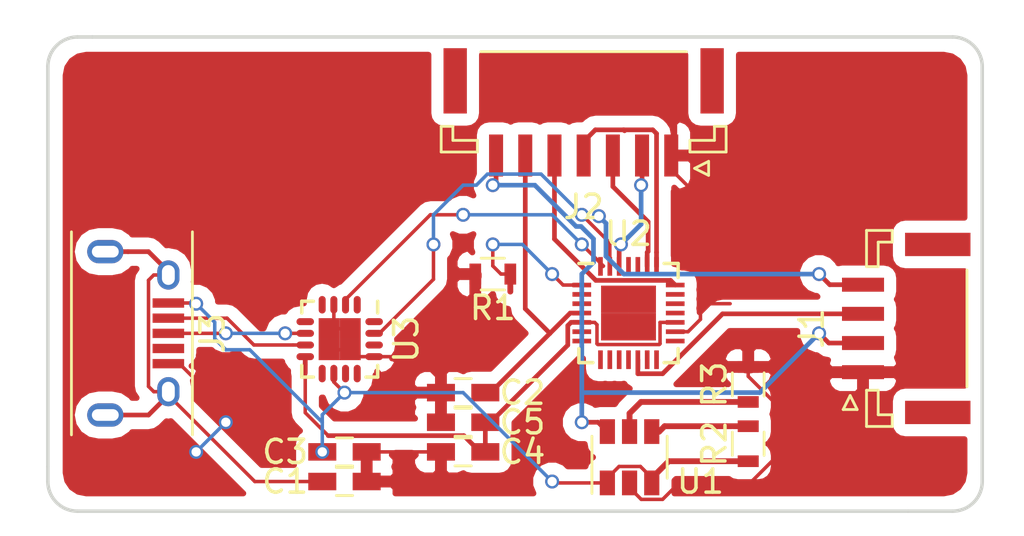
<source format=kicad_pcb>
(kicad_pcb (version 4) (host pcbnew 4.0.6-e0-6349~53~ubuntu16.04.1)

  (general
    (links 47)
    (no_connects 43)
    (area 89.365 72.0486 133.365 95.185)
    (thickness 1.6)
    (drawings 12)
    (tracks 213)
    (zones 0)
    (modules 14)
    (nets 44)
  )

  (page A4)
  (layers
    (0 F.Cu signal)
    (31 B.Cu signal)
    (32 B.Adhes user)
    (33 F.Adhes user)
    (34 B.Paste user)
    (35 F.Paste user)
    (36 B.SilkS user)
    (37 F.SilkS user)
    (38 B.Mask user)
    (39 F.Mask user)
    (40 Dwgs.User user)
    (41 Cmts.User user)
    (42 Eco1.User user)
    (43 Eco2.User user)
    (44 Edge.Cuts user)
    (45 Margin user)
    (46 B.CrtYd user)
    (47 F.CrtYd user)
    (48 B.Fab user)
    (49 F.Fab user)
  )

  (setup
    (last_trace_width 0.15)
    (trace_clearance 0.1)
    (zone_clearance 0.508)
    (zone_45_only no)
    (trace_min 0.1)
    (segment_width 0.2)
    (edge_width 0.15)
    (via_size 0.6)
    (via_drill 0.4)
    (via_min_size 0.4)
    (via_min_drill 0.3)
    (uvia_size 0.3)
    (uvia_drill 0.1)
    (uvias_allowed no)
    (uvia_min_size 0.2)
    (uvia_min_drill 0.1)
    (pcb_text_width 0.3)
    (pcb_text_size 1.5 1.5)
    (mod_edge_width 0.15)
    (mod_text_size 1 1)
    (mod_text_width 0.15)
    (pad_size 1.524 1.524)
    (pad_drill 0.762)
    (pad_to_mask_clearance 0.2)
    (aux_axis_origin 0 0)
    (visible_elements FFFFFF7F)
    (pcbplotparams
      (layerselection 0x00030_80000001)
      (usegerberextensions false)
      (excludeedgelayer true)
      (linewidth 0.100000)
      (plotframeref false)
      (viasonmask false)
      (mode 1)
      (useauxorigin false)
      (hpglpennumber 1)
      (hpglpenspeed 20)
      (hpglpendiameter 15)
      (hpglpenoverlay 2)
      (psnegative false)
      (psa4output false)
      (plotreference true)
      (plotvalue true)
      (plotinvisibletext false)
      (padsonsilk false)
      (subtractmaskfromsilk false)
      (outputformat 1)
      (mirror false)
      (drillshape 0)
      (scaleselection 1)
      (outputdirectory ""))
  )

  (net 0 "")
  (net 1 GND)
  (net 2 +5VD)
  (net 3 A1IN)
  (net 4 A1EX)
  (net 5 MOSI)
  (net 6 NSS)
  (net 7 SWCLK)
  (net 8 SWDIO)
  (net 9 RESET)
  (net 10 +5V)
  (net 11 FAULT)
  (net 12 "Net-(R3-Pad1)")
  (net 13 "Net-(U3-Pad1)")
  (net 14 USART2_TX)
  (net 15 "Net-(U3-Pad4)")
  (net 16 "Net-(U3-Pad5)")
  (net 17 "Net-(J3-Pad3)")
  (net 18 "Net-(J3-Pad2)")
  (net 19 +3V3)
  (net 20 "Net-(U3-Pad9)")
  (net 21 "Net-(U3-Pad11)")
  (net 22 "Net-(U3-Pad12)")
  (net 23 "Net-(U3-Pad14)")
  (net 24 USART2_RX)
  (net 25 "Net-(U3-Pad16)")
  (net 26 "Net-(C3-Pad1)")
  (net 27 "Net-(J3-Pad4)")
  (net 28 "Net-(R1-Pad1)")
  (net 29 "Net-(U2-Pad2)")
  (net 30 "Net-(U2-Pad3)")
  (net 31 "Net-(U2-Pad6)")
  (net 32 "Net-(U2-Pad7)")
  (net 33 "Net-(U2-Pad8)")
  (net 34 "Net-(U2-Pad9)")
  (net 35 "Net-(U2-Pad10)")
  (net 36 "Net-(U2-Pad11)")
  (net 37 "Net-(U2-Pad13)")
  (net 38 "Net-(U2-Pad14)")
  (net 39 "Net-(U2-Pad15)")
  (net 40 "Net-(U2-Pad18)")
  (net 41 "Net-(U2-Pad19)")
  (net 42 "Net-(U2-Pad20)")
  (net 43 SWITCH)

  (net_class Default "This is the default net class."
    (clearance 0.1)
    (trace_width 0.15)
    (via_dia 0.6)
    (via_drill 0.4)
    (uvia_dia 0.3)
    (uvia_drill 0.1)
    (add_net +3V3)
    (add_net +5V)
    (add_net +5VD)
    (add_net A1EX)
    (add_net A1IN)
    (add_net FAULT)
    (add_net GND)
    (add_net MOSI)
    (add_net NSS)
    (add_net "Net-(C3-Pad1)")
    (add_net "Net-(J3-Pad2)")
    (add_net "Net-(J3-Pad3)")
    (add_net "Net-(J3-Pad4)")
    (add_net "Net-(R1-Pad1)")
    (add_net "Net-(R3-Pad1)")
    (add_net "Net-(U2-Pad10)")
    (add_net "Net-(U2-Pad11)")
    (add_net "Net-(U2-Pad13)")
    (add_net "Net-(U2-Pad14)")
    (add_net "Net-(U2-Pad15)")
    (add_net "Net-(U2-Pad18)")
    (add_net "Net-(U2-Pad19)")
    (add_net "Net-(U2-Pad2)")
    (add_net "Net-(U2-Pad20)")
    (add_net "Net-(U2-Pad3)")
    (add_net "Net-(U2-Pad6)")
    (add_net "Net-(U2-Pad7)")
    (add_net "Net-(U2-Pad8)")
    (add_net "Net-(U2-Pad9)")
    (add_net "Net-(U3-Pad1)")
    (add_net "Net-(U3-Pad11)")
    (add_net "Net-(U3-Pad12)")
    (add_net "Net-(U3-Pad14)")
    (add_net "Net-(U3-Pad16)")
    (add_net "Net-(U3-Pad4)")
    (add_net "Net-(U3-Pad5)")
    (add_net "Net-(U3-Pad9)")
    (add_net RESET)
    (add_net SWCLK)
    (add_net SWDIO)
    (add_net SWITCH)
    (add_net USART2_RX)
    (add_net USART2_TX)
  )

  (module Connectors:USB_Micro-B (layer F.Cu) (tedit 59457935) (tstamp 59442DEC)
    (at 95.25 86.36 270)
    (descr "Micro USB Type B Receptacle")
    (tags "USB USB_B USB_micro USB_OTG")
    (path /59441A02)
    (attr smd)
    (fp_text reference J3 (at 0 -3.24 270) (layer F.SilkS)
      (effects (font (size 1 1) (thickness 0.15)))
    )
    (fp_text value USB_OTG (at 0 5.01 270) (layer F.Fab)
      (effects (font (size 1 1) (thickness 0.15)))
    )
    (fp_line (start -4.6 -2.59) (end 4.6 -2.59) (layer F.CrtYd) (width 0.05))
    (fp_line (start 4.6 -2.59) (end 4.6 4.26) (layer F.CrtYd) (width 0.05))
    (fp_line (start 4.6 4.26) (end -4.6 4.26) (layer F.CrtYd) (width 0.05))
    (fp_line (start -4.6 4.26) (end -4.6 -2.59) (layer F.CrtYd) (width 0.05))
    (fp_line (start -4.35 -2.38) (end 4.35 -2.38) (layer F.SilkS) (width 0.12))
    (fp_line (start 4.35 2.8) (end -4.35 2.8) (layer F.SilkS) (width 0.12))
    (pad 1 smd rect (at -1.3 -1.35) (size 1.35 0.4) (layers F.Cu F.Paste F.Mask)
      (net 10 +5V))
    (pad 2 smd rect (at -0.65 -1.35) (size 1.35 0.4) (layers F.Cu F.Paste F.Mask)
      (net 18 "Net-(J3-Pad2)"))
    (pad 3 smd rect (at 0 -1.35) (size 1.35 0.4) (layers F.Cu F.Paste F.Mask)
      (net 17 "Net-(J3-Pad3)"))
    (pad 4 smd rect (at 0.65 -1.35) (size 1.35 0.4) (layers F.Cu F.Paste F.Mask)
      (net 27 "Net-(J3-Pad4)"))
    (pad 5 smd rect (at 1.3 -1.35) (size 1.35 0.4) (layers F.Cu F.Paste F.Mask)
      (net 1 GND))
    (pad 6 thru_hole oval (at -2.5 -1.35) (size 0.95 1.25) (drill oval 0.55 0.85) (layers *.Cu *.Mask)
      (net 26 "Net-(C3-Pad1)"))
    (pad 6 thru_hole oval (at 2.5 -1.35) (size 0.95 1.25) (drill oval 0.55 0.85) (layers *.Cu *.Mask)
      (net 26 "Net-(C3-Pad1)"))
    (pad 6 thru_hole oval (at -3.5 1.35) (size 1.55 1) (drill oval 1.15 0.5) (layers *.Cu *.Mask)
      (net 26 "Net-(C3-Pad1)"))
    (pad 6 thru_hole oval (at 3.5 1.35) (size 1.55 1) (drill oval 1.15 0.5) (layers *.Cu *.Mask)
      (net 26 "Net-(C3-Pad1)"))
  )

  (module Connectors_JST:JST_GH_SM04B-GHS-TB_04x1.25mm_Angled (layer F.Cu) (tedit 58A22BB2) (tstamp 59442A58)
    (at 127.94 86.15 90)
    (descr "JST GH series connector, SM04B-GHS-TB, side entry type")
    (tags "connector jst GH SMT side horizontal entry 1.25mm pitch")
    (path /594417CE)
    (attr smd)
    (fp_text reference J1 (at 0 -3.8 90) (layer F.SilkS)
      (effects (font (size 1 1) (thickness 0.15)))
    )
    (fp_text value CONN_01X04 (at 0 4.45 90) (layer F.Fab)
      (effects (font (size 1 1) (thickness 0.15)))
    )
    (fp_text user %R (at 0 0.45 90) (layer F.Fab)
      (effects (font (size 1 1) (thickness 0.15)))
    )
    (fp_line (start -4.1 -1.3) (end -4.1 2.75) (layer F.Fab) (width 0.1))
    (fp_line (start -4.1 2.75) (end 4.1 2.75) (layer F.Fab) (width 0.1))
    (fp_line (start 4.1 2.75) (end 4.1 -1.3) (layer F.Fab) (width 0.1))
    (fp_line (start 4.1 -1.3) (end -4.1 -1.3) (layer F.Fab) (width 0.1))
    (fp_line (start -2.5 2.85) (end 2.5 2.85) (layer F.SilkS) (width 0.12))
    (fp_line (start -4.2 -0.35) (end -4.2 -1.45) (layer F.SilkS) (width 0.12))
    (fp_line (start -4.2 -1.45) (end -2.65 -1.45) (layer F.SilkS) (width 0.12))
    (fp_line (start -2.65 -1.45) (end -2.65 -0.95) (layer F.SilkS) (width 0.12))
    (fp_line (start -2.65 -0.95) (end -3.7 -0.95) (layer F.SilkS) (width 0.12))
    (fp_line (start -3.7 -0.95) (end -3.7 -0.35) (layer F.SilkS) (width 0.12))
    (fp_line (start -3.7 -0.35) (end -4.2 -0.35) (layer F.SilkS) (width 0.12))
    (fp_line (start 4.2 -0.35) (end 4.2 -1.45) (layer F.SilkS) (width 0.12))
    (fp_line (start 4.2 -1.45) (end 2.65 -1.45) (layer F.SilkS) (width 0.12))
    (fp_line (start 2.65 -1.45) (end 2.65 -0.95) (layer F.SilkS) (width 0.12))
    (fp_line (start 2.65 -0.95) (end 3.7 -0.95) (layer F.SilkS) (width 0.12))
    (fp_line (start 3.7 -0.95) (end 3.7 -0.35) (layer F.SilkS) (width 0.12))
    (fp_line (start 3.7 -0.35) (end 4.2 -0.35) (layer F.SilkS) (width 0.12))
    (fp_line (start -2.875 -2.15) (end -3.475 -2.45) (layer F.SilkS) (width 0.12))
    (fp_line (start -3.475 -2.45) (end -3.475 -1.85) (layer F.SilkS) (width 0.12))
    (fp_line (start -3.475 -1.85) (end -2.875 -2.15) (layer F.SilkS) (width 0.12))
    (fp_line (start -2.875 -2.15) (end -3.475 -2.45) (layer F.Fab) (width 0.1))
    (fp_line (start -3.475 -2.45) (end -3.475 -1.85) (layer F.Fab) (width 0.1))
    (fp_line (start -3.475 -1.85) (end -2.875 -2.15) (layer F.Fab) (width 0.1))
    (fp_line (start -2.125 2.7) (end -2.125 1.2) (layer F.Fab) (width 0.1))
    (fp_line (start -2.125 1.2) (end -1.625 1.2) (layer F.Fab) (width 0.1))
    (fp_line (start -1.625 1.2) (end -1.625 2.7) (layer F.Fab) (width 0.1))
    (fp_line (start -0.875 2.7) (end -0.875 1.2) (layer F.Fab) (width 0.1))
    (fp_line (start -0.875 1.2) (end -0.375 1.2) (layer F.Fab) (width 0.1))
    (fp_line (start -0.375 1.2) (end -0.375 2.7) (layer F.Fab) (width 0.1))
    (fp_line (start 0.375 2.7) (end 0.375 1.2) (layer F.Fab) (width 0.1))
    (fp_line (start 0.375 1.2) (end 0.875 1.2) (layer F.Fab) (width 0.1))
    (fp_line (start 0.875 1.2) (end 0.875 2.7) (layer F.Fab) (width 0.1))
    (fp_line (start 1.625 2.7) (end 1.625 1.2) (layer F.Fab) (width 0.1))
    (fp_line (start 1.625 1.2) (end 2.125 1.2) (layer F.Fab) (width 0.1))
    (fp_line (start 2.125 1.2) (end 2.125 2.7) (layer F.Fab) (width 0.1))
    (fp_line (start -4.6 -3.1) (end -4.6 3.5) (layer F.CrtYd) (width 0.05))
    (fp_line (start -4.6 3.5) (end 4.6 3.5) (layer F.CrtYd) (width 0.05))
    (fp_line (start 4.6 3.5) (end 4.6 -3.1) (layer F.CrtYd) (width 0.05))
    (fp_line (start 4.6 -3.1) (end -4.6 -3.1) (layer F.CrtYd) (width 0.05))
    (pad 1 smd rect (at -1.875 -1.6 90) (size 0.6 1.8) (layers F.Cu F.Paste F.Mask)
      (net 1 GND))
    (pad 2 smd rect (at -0.625 -1.6 90) (size 0.6 1.8) (layers F.Cu F.Paste F.Mask)
      (net 2 +5VD))
    (pad 3 smd rect (at 0.625 -1.6 90) (size 0.6 1.8) (layers F.Cu F.Paste F.Mask)
      (net 3 A1IN))
    (pad 4 smd rect (at 1.875 -1.6 90) (size 0.6 1.8) (layers F.Cu F.Paste F.Mask)
      (net 4 A1EX))
    (pad "" smd rect (at 3.6 1.6 90) (size 1 2.8) (layers F.Cu F.Paste F.Mask))
    (pad "" smd rect (at -3.6 1.6 90) (size 1 2.8) (layers F.Cu F.Paste F.Mask))
  )

  (module Connectors_JST:JST_GH_SM07B-GHS-TB_07x1.25mm_Angled (layer F.Cu) (tedit 59442A81) (tstamp 59442A65)
    (at 114.38 77.14 180)
    (descr "JST GH series connector, SM07B-GHS-TB, side entry type")
    (tags "connector jst GH SMT side horizontal entry 1.25mm pitch")
    (path /5944189C)
    (attr smd)
    (fp_text reference J2 (at 0 -3.8 180) (layer F.SilkS)
      (effects (font (size 1 1) (thickness 0.15)))
    )
    (fp_text value CONN_01X07 (at 0.0889 4.2164 180) (layer F.Fab)
      (effects (font (size 1 1) (thickness 0.15)))
    )
    (fp_text user %R (at 0 0.45 180) (layer F.Fab)
      (effects (font (size 1 1) (thickness 0.15)))
    )
    (fp_line (start -6 -1.3) (end -6 2.75) (layer F.Fab) (width 0.1))
    (fp_line (start -6 2.75) (end 6 2.75) (layer F.Fab) (width 0.1))
    (fp_line (start 6 2.75) (end 6 -1.3) (layer F.Fab) (width 0.1))
    (fp_line (start 6 -1.3) (end -6 -1.3) (layer F.Fab) (width 0.1))
    (fp_line (start -4.4 2.85) (end 4.4 2.85) (layer F.SilkS) (width 0.12))
    (fp_line (start -6.1 -0.35) (end -6.1 -1.45) (layer F.SilkS) (width 0.12))
    (fp_line (start -6.1 -1.45) (end -4.55 -1.45) (layer F.SilkS) (width 0.12))
    (fp_line (start -4.55 -1.45) (end -4.55 -0.95) (layer F.SilkS) (width 0.12))
    (fp_line (start -4.55 -0.95) (end -5.6 -0.95) (layer F.SilkS) (width 0.12))
    (fp_line (start -5.6 -0.95) (end -5.6 -0.35) (layer F.SilkS) (width 0.12))
    (fp_line (start -5.6 -0.35) (end -6.1 -0.35) (layer F.SilkS) (width 0.12))
    (fp_line (start 6.1 -0.35) (end 6.1 -1.45) (layer F.SilkS) (width 0.12))
    (fp_line (start 6.1 -1.45) (end 4.55 -1.45) (layer F.SilkS) (width 0.12))
    (fp_line (start 4.55 -1.45) (end 4.55 -0.95) (layer F.SilkS) (width 0.12))
    (fp_line (start 4.55 -0.95) (end 5.6 -0.95) (layer F.SilkS) (width 0.12))
    (fp_line (start 5.6 -0.95) (end 5.6 -0.35) (layer F.SilkS) (width 0.12))
    (fp_line (start 5.6 -0.35) (end 6.1 -0.35) (layer F.SilkS) (width 0.12))
    (fp_line (start -4.75 -2.15) (end -5.35 -2.45) (layer F.SilkS) (width 0.12))
    (fp_line (start -5.35 -2.45) (end -5.35 -1.85) (layer F.SilkS) (width 0.12))
    (fp_line (start -5.35 -1.85) (end -4.75 -2.15) (layer F.SilkS) (width 0.12))
    (fp_line (start -4.75 -2.15) (end -5.35 -2.45) (layer F.Fab) (width 0.1))
    (fp_line (start -5.35 -2.45) (end -5.35 -1.85) (layer F.Fab) (width 0.1))
    (fp_line (start -5.35 -1.85) (end -4.75 -2.15) (layer F.Fab) (width 0.1))
    (fp_line (start -4 2.7) (end -4 1.2) (layer F.Fab) (width 0.1))
    (fp_line (start -4 1.2) (end -3.5 1.2) (layer F.Fab) (width 0.1))
    (fp_line (start -3.5 1.2) (end -3.5 2.7) (layer F.Fab) (width 0.1))
    (fp_line (start -2.75 2.7) (end -2.75 1.2) (layer F.Fab) (width 0.1))
    (fp_line (start -2.75 1.2) (end -2.25 1.2) (layer F.Fab) (width 0.1))
    (fp_line (start -2.25 1.2) (end -2.25 2.7) (layer F.Fab) (width 0.1))
    (fp_line (start -1.5 2.7) (end -1.5 1.2) (layer F.Fab) (width 0.1))
    (fp_line (start -1.5 1.2) (end -1 1.2) (layer F.Fab) (width 0.1))
    (fp_line (start -1 1.2) (end -1 2.7) (layer F.Fab) (width 0.1))
    (fp_line (start -0.25 2.7) (end -0.25 1.2) (layer F.Fab) (width 0.1))
    (fp_line (start -0.25 1.2) (end 0.25 1.2) (layer F.Fab) (width 0.1))
    (fp_line (start 0.25 1.2) (end 0.25 2.7) (layer F.Fab) (width 0.1))
    (fp_line (start 1 2.7) (end 1 1.2) (layer F.Fab) (width 0.1))
    (fp_line (start 1 1.2) (end 1.5 1.2) (layer F.Fab) (width 0.1))
    (fp_line (start 1.5 1.2) (end 1.5 2.7) (layer F.Fab) (width 0.1))
    (fp_line (start 2.25 2.7) (end 2.25 1.2) (layer F.Fab) (width 0.1))
    (fp_line (start 2.25 1.2) (end 2.75 1.2) (layer F.Fab) (width 0.1))
    (fp_line (start 2.75 1.2) (end 2.75 2.7) (layer F.Fab) (width 0.1))
    (fp_line (start 3.5 2.7) (end 3.5 1.2) (layer F.Fab) (width 0.1))
    (fp_line (start 3.5 1.2) (end 4 1.2) (layer F.Fab) (width 0.1))
    (fp_line (start 4 1.2) (end 4 2.7) (layer F.Fab) (width 0.1))
    (fp_line (start -6.5 -3.1) (end -6.5 3.5) (layer F.CrtYd) (width 0.05))
    (fp_line (start -6.5 3.5) (end 6.5 3.5) (layer F.CrtYd) (width 0.05))
    (fp_line (start 6.5 3.5) (end 6.5 -3.1) (layer F.CrtYd) (width 0.05))
    (fp_line (start 6.5 -3.1) (end -6.5 -3.1) (layer F.CrtYd) (width 0.05))
    (pad 1 smd rect (at -3.75 -1.6 180) (size 0.6 1.8) (layers F.Cu F.Paste F.Mask)
      (net 1 GND))
    (pad 2 smd rect (at -2.5 -1.6 180) (size 0.6 1.8) (layers F.Cu F.Paste F.Mask)
      (net 5 MOSI))
    (pad 3 smd rect (at -1.25 -1.6 180) (size 0.6 1.8) (layers F.Cu F.Paste F.Mask)
      (net 6 NSS))
    (pad 4 smd rect (at 0 -1.6 180) (size 0.6 1.8) (layers F.Cu F.Paste F.Mask)
      (net 7 SWCLK))
    (pad 5 smd rect (at 1.25 -1.6 180) (size 0.6 1.8) (layers F.Cu F.Paste F.Mask)
      (net 8 SWDIO))
    (pad 6 smd rect (at 2.5 -1.6 180) (size 0.6 1.8) (layers F.Cu F.Paste F.Mask)
      (net 9 RESET))
    (pad 7 smd rect (at 3.75 -1.6 180) (size 0.6 1.8) (layers F.Cu F.Paste F.Mask)
      (net 2 +5VD))
    (pad "" smd rect (at 5.5 1.6 180) (size 1 2.8) (layers F.Cu F.Paste F.Mask))
    (pad "" smd rect (at -5.5 1.6 180) (size 1 2.8) (layers F.Cu F.Paste F.Mask))
  )

  (module TO_SOT_Packages_SMD:SOT-23-6 (layer F.Cu) (tedit 58CE4E7E) (tstamp 59442A7B)
    (at 116.345 91.67 90)
    (descr "6-pin SOT-23 package")
    (tags SOT-23-6)
    (path /59444578)
    (attr smd)
    (fp_text reference U1 (at -1.04 3.035 180) (layer F.SilkS)
      (effects (font (size 1 1) (thickness 0.15)))
    )
    (fp_text value TPS2550 (at 0 2.9 90) (layer F.Fab)
      (effects (font (size 1 1) (thickness 0.15)))
    )
    (fp_text user %R (at 0 0 90) (layer F.Fab)
      (effects (font (size 0.5 0.5) (thickness 0.075)))
    )
    (fp_line (start -0.9 1.61) (end 0.9 1.61) (layer F.SilkS) (width 0.12))
    (fp_line (start 0.9 -1.61) (end -1.55 -1.61) (layer F.SilkS) (width 0.12))
    (fp_line (start 1.9 -1.8) (end -1.9 -1.8) (layer F.CrtYd) (width 0.05))
    (fp_line (start 1.9 1.8) (end 1.9 -1.8) (layer F.CrtYd) (width 0.05))
    (fp_line (start -1.9 1.8) (end 1.9 1.8) (layer F.CrtYd) (width 0.05))
    (fp_line (start -1.9 -1.8) (end -1.9 1.8) (layer F.CrtYd) (width 0.05))
    (fp_line (start -0.9 -0.9) (end -0.25 -1.55) (layer F.Fab) (width 0.1))
    (fp_line (start 0.9 -1.55) (end -0.25 -1.55) (layer F.Fab) (width 0.1))
    (fp_line (start -0.9 -0.9) (end -0.9 1.55) (layer F.Fab) (width 0.1))
    (fp_line (start 0.9 1.55) (end -0.9 1.55) (layer F.Fab) (width 0.1))
    (fp_line (start 0.9 -1.55) (end 0.9 1.55) (layer F.Fab) (width 0.1))
    (pad 1 smd rect (at -1.1 -0.95 90) (size 1.06 0.65) (layers F.Cu F.Paste F.Mask)
      (net 10 +5V))
    (pad 2 smd rect (at -1.1 0 90) (size 1.06 0.65) (layers F.Cu F.Paste F.Mask)
      (net 1 GND))
    (pad 3 smd rect (at -1.1 0.95 90) (size 1.06 0.65) (layers F.Cu F.Paste F.Mask)
      (net 10 +5V))
    (pad 4 smd rect (at 1.1 0.95 90) (size 1.06 0.65) (layers F.Cu F.Paste F.Mask)
      (net 11 FAULT))
    (pad 6 smd rect (at 1.1 -0.95 90) (size 1.06 0.65) (layers F.Cu F.Paste F.Mask)
      (net 2 +5VD))
    (pad 5 smd rect (at 1.1 0 90) (size 1.06 0.65) (layers F.Cu F.Paste F.Mask)
      (net 12 "Net-(R3-Pad1)"))
    (model ${KISYS3DMOD}/TO_SOT_Packages_SMD.3dshapes/SOT-23-6.wrl
      (at (xyz 0 0 0))
      (scale (xyz 1 1 1))
      (rotate (xyz 0 0 0))
    )
  )

  (module Housings_DFN_QFN:QFN-16-1EP_3x3mm_Pitch0.5mm (layer F.Cu) (tedit 54130A77) (tstamp 59442B8D)
    (at 103.935 86.61 270)
    (descr "16-Lead Plastic Quad Flat, No Lead Package (NG) - 3x3x0.9 mm Body [QFN]; (see Microchip Packaging Specification 00000049BS.pdf)")
    (tags "QFN 0.5")
    (path /59442E37)
    (attr smd)
    (fp_text reference U3 (at 0 -2.85 270) (layer F.SilkS)
      (effects (font (size 1 1) (thickness 0.15)))
    )
    (fp_text value FT230XQ (at 0 2.85 270) (layer F.Fab)
      (effects (font (size 1 1) (thickness 0.15)))
    )
    (fp_line (start -0.5 -1.5) (end 1.5 -1.5) (layer F.Fab) (width 0.15))
    (fp_line (start 1.5 -1.5) (end 1.5 1.5) (layer F.Fab) (width 0.15))
    (fp_line (start 1.5 1.5) (end -1.5 1.5) (layer F.Fab) (width 0.15))
    (fp_line (start -1.5 1.5) (end -1.5 -0.5) (layer F.Fab) (width 0.15))
    (fp_line (start -1.5 -0.5) (end -0.5 -1.5) (layer F.Fab) (width 0.15))
    (fp_line (start -2.1 -2.1) (end -2.1 2.1) (layer F.CrtYd) (width 0.05))
    (fp_line (start 2.1 -2.1) (end 2.1 2.1) (layer F.CrtYd) (width 0.05))
    (fp_line (start -2.1 -2.1) (end 2.1 -2.1) (layer F.CrtYd) (width 0.05))
    (fp_line (start -2.1 2.1) (end 2.1 2.1) (layer F.CrtYd) (width 0.05))
    (fp_line (start 1.625 -1.625) (end 1.625 -1.125) (layer F.SilkS) (width 0.15))
    (fp_line (start -1.625 1.625) (end -1.625 1.125) (layer F.SilkS) (width 0.15))
    (fp_line (start 1.625 1.625) (end 1.625 1.125) (layer F.SilkS) (width 0.15))
    (fp_line (start -1.625 -1.625) (end -1.125 -1.625) (layer F.SilkS) (width 0.15))
    (fp_line (start -1.625 1.625) (end -1.125 1.625) (layer F.SilkS) (width 0.15))
    (fp_line (start 1.625 1.625) (end 1.125 1.625) (layer F.SilkS) (width 0.15))
    (fp_line (start 1.625 -1.625) (end 1.125 -1.625) (layer F.SilkS) (width 0.15))
    (pad 1 smd oval (at -1.475 -0.75 270) (size 0.75 0.3) (layers F.Cu F.Paste F.Mask)
      (net 13 "Net-(U3-Pad1)"))
    (pad 2 smd oval (at -1.475 -0.25 270) (size 0.75 0.3) (layers F.Cu F.Paste F.Mask)
      (net 14 USART2_TX))
    (pad 3 smd oval (at -1.475 0.25 270) (size 0.75 0.3) (layers F.Cu F.Paste F.Mask)
      (net 1 GND))
    (pad 4 smd oval (at -1.475 0.75 270) (size 0.75 0.3) (layers F.Cu F.Paste F.Mask)
      (net 15 "Net-(U3-Pad4)"))
    (pad 5 smd oval (at -0.75 1.475) (size 0.75 0.3) (layers F.Cu F.Paste F.Mask)
      (net 16 "Net-(U3-Pad5)"))
    (pad 6 smd oval (at -0.25 1.475) (size 0.75 0.3) (layers F.Cu F.Paste F.Mask)
      (net 17 "Net-(J3-Pad3)"))
    (pad 7 smd oval (at 0.25 1.475) (size 0.75 0.3) (layers F.Cu F.Paste F.Mask)
      (net 18 "Net-(J3-Pad2)"))
    (pad 8 smd oval (at 0.75 1.475) (size 0.75 0.3) (layers F.Cu F.Paste F.Mask)
      (net 19 +3V3))
    (pad 9 smd oval (at 1.475 0.75 270) (size 0.75 0.3) (layers F.Cu F.Paste F.Mask)
      (net 20 "Net-(U3-Pad9)"))
    (pad 10 smd oval (at 1.475 0.25 270) (size 0.75 0.3) (layers F.Cu F.Paste F.Mask)
      (net 10 +5V))
    (pad 11 smd oval (at 1.475 -0.25 270) (size 0.75 0.3) (layers F.Cu F.Paste F.Mask)
      (net 21 "Net-(U3-Pad11)"))
    (pad 12 smd oval (at 1.475 -0.75 270) (size 0.75 0.3) (layers F.Cu F.Paste F.Mask)
      (net 22 "Net-(U3-Pad12)"))
    (pad 13 smd oval (at 0.75 -1.475) (size 0.75 0.3) (layers F.Cu F.Paste F.Mask)
      (net 1 GND))
    (pad 14 smd oval (at 0.25 -1.475) (size 0.75 0.3) (layers F.Cu F.Paste F.Mask)
      (net 23 "Net-(U3-Pad14)"))
    (pad 15 smd oval (at -0.25 -1.475) (size 0.75 0.3) (layers F.Cu F.Paste F.Mask)
      (net 24 USART2_RX))
    (pad 16 smd oval (at -0.75 -1.475) (size 0.75 0.3) (layers F.Cu F.Paste F.Mask)
      (net 25 "Net-(U3-Pad16)"))
    (pad 17 smd rect (at 0.45 0.45 270) (size 0.9 0.9) (layers F.Cu F.Paste F.Mask)
      (net 1 GND) (solder_paste_margin_ratio -0.2))
    (pad 17 smd rect (at 0.45 -0.45 270) (size 0.9 0.9) (layers F.Cu F.Paste F.Mask)
      (net 1 GND) (solder_paste_margin_ratio -0.2))
    (pad 17 smd rect (at -0.45 0.45 270) (size 0.9 0.9) (layers F.Cu F.Paste F.Mask)
      (net 1 GND) (solder_paste_margin_ratio -0.2))
    (pad 17 smd rect (at -0.45 -0.45 270) (size 0.9 0.9) (layers F.Cu F.Paste F.Mask)
      (net 1 GND) (solder_paste_margin_ratio -0.2))
    (model Housings_DFN_QFN.3dshapes/QFN-16-1EP_3x3mm_Pitch0.5mm.wrl
      (at (xyz 0 0 0))
      (scale (xyz 1 1 1))
      (rotate (xyz 0 0 0))
    )
  )

  (module Capacitors_SMD:C_0603_HandSoldering (layer F.Cu) (tedit 58AA848B) (tstamp 59442DC7)
    (at 104.14 91.44 180)
    (descr "Capacitor SMD 0603, hand soldering")
    (tags "capacitor 0603")
    (path /594449B9)
    (attr smd)
    (fp_text reference C1 (at 2.54 -1.27 180) (layer F.SilkS)
      (effects (font (size 1 1) (thickness 0.15)))
    )
    (fp_text value C (at 0 1.5 180) (layer F.Fab)
      (effects (font (size 1 1) (thickness 0.15)))
    )
    (fp_text user %R (at 0 -1.25 180) (layer F.Fab)
      (effects (font (size 1 1) (thickness 0.15)))
    )
    (fp_line (start -0.8 0.4) (end -0.8 -0.4) (layer F.Fab) (width 0.1))
    (fp_line (start 0.8 0.4) (end -0.8 0.4) (layer F.Fab) (width 0.1))
    (fp_line (start 0.8 -0.4) (end 0.8 0.4) (layer F.Fab) (width 0.1))
    (fp_line (start -0.8 -0.4) (end 0.8 -0.4) (layer F.Fab) (width 0.1))
    (fp_line (start -0.35 -0.6) (end 0.35 -0.6) (layer F.SilkS) (width 0.12))
    (fp_line (start 0.35 0.6) (end -0.35 0.6) (layer F.SilkS) (width 0.12))
    (fp_line (start -1.8 -0.65) (end 1.8 -0.65) (layer F.CrtYd) (width 0.05))
    (fp_line (start -1.8 -0.65) (end -1.8 0.65) (layer F.CrtYd) (width 0.05))
    (fp_line (start 1.8 0.65) (end 1.8 -0.65) (layer F.CrtYd) (width 0.05))
    (fp_line (start 1.8 0.65) (end -1.8 0.65) (layer F.CrtYd) (width 0.05))
    (pad 1 smd rect (at -0.95 0 180) (size 1.2 0.75) (layers F.Cu F.Paste F.Mask)
      (net 1 GND))
    (pad 2 smd rect (at 0.95 0 180) (size 1.2 0.75) (layers F.Cu F.Paste F.Mask)
      (net 10 +5V))
    (model Capacitors_SMD.3dshapes/C_0603.wrl
      (at (xyz 0 0 0))
      (scale (xyz 1 1 1))
      (rotate (xyz 0 0 0))
    )
  )

  (module Capacitors_SMD:C_0603_HandSoldering (layer F.Cu) (tedit 58AA848B) (tstamp 59442DCD)
    (at 109.22 88.9 180)
    (descr "Capacitor SMD 0603, hand soldering")
    (tags "capacitor 0603")
    (path /59441C28)
    (attr smd)
    (fp_text reference C2 (at -2.54 0 180) (layer F.SilkS)
      (effects (font (size 1 1) (thickness 0.15)))
    )
    (fp_text value C (at 0 1.5 180) (layer F.Fab)
      (effects (font (size 1 1) (thickness 0.15)))
    )
    (fp_text user %R (at 0 -1.25 180) (layer F.Fab)
      (effects (font (size 1 1) (thickness 0.15)))
    )
    (fp_line (start -0.8 0.4) (end -0.8 -0.4) (layer F.Fab) (width 0.1))
    (fp_line (start 0.8 0.4) (end -0.8 0.4) (layer F.Fab) (width 0.1))
    (fp_line (start 0.8 -0.4) (end 0.8 0.4) (layer F.Fab) (width 0.1))
    (fp_line (start -0.8 -0.4) (end 0.8 -0.4) (layer F.Fab) (width 0.1))
    (fp_line (start -0.35 -0.6) (end 0.35 -0.6) (layer F.SilkS) (width 0.12))
    (fp_line (start 0.35 0.6) (end -0.35 0.6) (layer F.SilkS) (width 0.12))
    (fp_line (start -1.8 -0.65) (end 1.8 -0.65) (layer F.CrtYd) (width 0.05))
    (fp_line (start -1.8 -0.65) (end -1.8 0.65) (layer F.CrtYd) (width 0.05))
    (fp_line (start 1.8 0.65) (end 1.8 -0.65) (layer F.CrtYd) (width 0.05))
    (fp_line (start 1.8 0.65) (end -1.8 0.65) (layer F.CrtYd) (width 0.05))
    (pad 1 smd rect (at -0.95 0 180) (size 1.2 0.75) (layers F.Cu F.Paste F.Mask)
      (net 9 RESET))
    (pad 2 smd rect (at 0.95 0 180) (size 1.2 0.75) (layers F.Cu F.Paste F.Mask)
      (net 1 GND))
    (model Capacitors_SMD.3dshapes/C_0603.wrl
      (at (xyz 0 0 0))
      (scale (xyz 1 1 1))
      (rotate (xyz 0 0 0))
    )
  )

  (module Capacitors_SMD:C_0603_HandSoldering (layer F.Cu) (tedit 58AA848B) (tstamp 59442DD3)
    (at 104.14 92.71)
    (descr "Capacitor SMD 0603, hand soldering")
    (tags "capacitor 0603")
    (path /59442AF5)
    (attr smd)
    (fp_text reference C3 (at -2.54 -1.27) (layer F.SilkS)
      (effects (font (size 1 1) (thickness 0.15)))
    )
    (fp_text value C (at 0 1.5) (layer F.Fab)
      (effects (font (size 1 1) (thickness 0.15)))
    )
    (fp_text user %R (at 0 -1.25) (layer F.Fab)
      (effects (font (size 1 1) (thickness 0.15)))
    )
    (fp_line (start -0.8 0.4) (end -0.8 -0.4) (layer F.Fab) (width 0.1))
    (fp_line (start 0.8 0.4) (end -0.8 0.4) (layer F.Fab) (width 0.1))
    (fp_line (start 0.8 -0.4) (end 0.8 0.4) (layer F.Fab) (width 0.1))
    (fp_line (start -0.8 -0.4) (end 0.8 -0.4) (layer F.Fab) (width 0.1))
    (fp_line (start -0.35 -0.6) (end 0.35 -0.6) (layer F.SilkS) (width 0.12))
    (fp_line (start 0.35 0.6) (end -0.35 0.6) (layer F.SilkS) (width 0.12))
    (fp_line (start -1.8 -0.65) (end 1.8 -0.65) (layer F.CrtYd) (width 0.05))
    (fp_line (start -1.8 -0.65) (end -1.8 0.65) (layer F.CrtYd) (width 0.05))
    (fp_line (start 1.8 0.65) (end 1.8 -0.65) (layer F.CrtYd) (width 0.05))
    (fp_line (start 1.8 0.65) (end -1.8 0.65) (layer F.CrtYd) (width 0.05))
    (pad 1 smd rect (at -0.95 0) (size 1.2 0.75) (layers F.Cu F.Paste F.Mask)
      (net 26 "Net-(C3-Pad1)"))
    (pad 2 smd rect (at 0.95 0) (size 1.2 0.75) (layers F.Cu F.Paste F.Mask)
      (net 1 GND))
    (model Capacitors_SMD.3dshapes/C_0603.wrl
      (at (xyz 0 0 0))
      (scale (xyz 1 1 1))
      (rotate (xyz 0 0 0))
    )
  )

  (module Capacitors_SMD:C_0603_HandSoldering (layer F.Cu) (tedit 58AA848B) (tstamp 59442DD9)
    (at 109.22 91.44 180)
    (descr "Capacitor SMD 0603, hand soldering")
    (tags "capacitor 0603")
    (path /59441AC4)
    (attr smd)
    (fp_text reference C4 (at -2.54 0 180) (layer F.SilkS)
      (effects (font (size 1 1) (thickness 0.15)))
    )
    (fp_text value C (at 0 1.5 180) (layer F.Fab)
      (effects (font (size 1 1) (thickness 0.15)))
    )
    (fp_text user %R (at 0 -1.25 180) (layer F.Fab)
      (effects (font (size 1 1) (thickness 0.15)))
    )
    (fp_line (start -0.8 0.4) (end -0.8 -0.4) (layer F.Fab) (width 0.1))
    (fp_line (start 0.8 0.4) (end -0.8 0.4) (layer F.Fab) (width 0.1))
    (fp_line (start 0.8 -0.4) (end 0.8 0.4) (layer F.Fab) (width 0.1))
    (fp_line (start -0.8 -0.4) (end 0.8 -0.4) (layer F.Fab) (width 0.1))
    (fp_line (start -0.35 -0.6) (end 0.35 -0.6) (layer F.SilkS) (width 0.12))
    (fp_line (start 0.35 0.6) (end -0.35 0.6) (layer F.SilkS) (width 0.12))
    (fp_line (start -1.8 -0.65) (end 1.8 -0.65) (layer F.CrtYd) (width 0.05))
    (fp_line (start -1.8 -0.65) (end -1.8 0.65) (layer F.CrtYd) (width 0.05))
    (fp_line (start 1.8 0.65) (end 1.8 -0.65) (layer F.CrtYd) (width 0.05))
    (fp_line (start 1.8 0.65) (end -1.8 0.65) (layer F.CrtYd) (width 0.05))
    (pad 1 smd rect (at -0.95 0 180) (size 1.2 0.75) (layers F.Cu F.Paste F.Mask)
      (net 19 +3V3))
    (pad 2 smd rect (at 0.95 0 180) (size 1.2 0.75) (layers F.Cu F.Paste F.Mask)
      (net 1 GND))
    (model Capacitors_SMD.3dshapes/C_0603.wrl
      (at (xyz 0 0 0))
      (scale (xyz 1 1 1))
      (rotate (xyz 0 0 0))
    )
  )

  (module Capacitors_SMD:C_0603_HandSoldering (layer F.Cu) (tedit 58AA848B) (tstamp 59442DDF)
    (at 109.22 90.17 180)
    (descr "Capacitor SMD 0603, hand soldering")
    (tags "capacitor 0603")
    (path /59441AED)
    (attr smd)
    (fp_text reference C5 (at -2.54 0 180) (layer F.SilkS)
      (effects (font (size 1 1) (thickness 0.15)))
    )
    (fp_text value C (at 0 1.5 180) (layer F.Fab)
      (effects (font (size 1 1) (thickness 0.15)))
    )
    (fp_text user %R (at 0 -1.25 180) (layer F.Fab)
      (effects (font (size 1 1) (thickness 0.15)))
    )
    (fp_line (start -0.8 0.4) (end -0.8 -0.4) (layer F.Fab) (width 0.1))
    (fp_line (start 0.8 0.4) (end -0.8 0.4) (layer F.Fab) (width 0.1))
    (fp_line (start 0.8 -0.4) (end 0.8 0.4) (layer F.Fab) (width 0.1))
    (fp_line (start -0.8 -0.4) (end 0.8 -0.4) (layer F.Fab) (width 0.1))
    (fp_line (start -0.35 -0.6) (end 0.35 -0.6) (layer F.SilkS) (width 0.12))
    (fp_line (start 0.35 0.6) (end -0.35 0.6) (layer F.SilkS) (width 0.12))
    (fp_line (start -1.8 -0.65) (end 1.8 -0.65) (layer F.CrtYd) (width 0.05))
    (fp_line (start -1.8 -0.65) (end -1.8 0.65) (layer F.CrtYd) (width 0.05))
    (fp_line (start 1.8 0.65) (end 1.8 -0.65) (layer F.CrtYd) (width 0.05))
    (fp_line (start 1.8 0.65) (end -1.8 0.65) (layer F.CrtYd) (width 0.05))
    (pad 1 smd rect (at -0.95 0 180) (size 1.2 0.75) (layers F.Cu F.Paste F.Mask)
      (net 19 +3V3))
    (pad 2 smd rect (at 0.95 0 180) (size 1.2 0.75) (layers F.Cu F.Paste F.Mask)
      (net 1 GND))
    (model Capacitors_SMD.3dshapes/C_0603.wrl
      (at (xyz 0 0 0))
      (scale (xyz 1 1 1))
      (rotate (xyz 0 0 0))
    )
  )

  (module Resistors_SMD:R_0603 (layer F.Cu) (tedit 58E0A804) (tstamp 59442DF2)
    (at 110.49 83.82 180)
    (descr "Resistor SMD 0603, reflow soldering, Vishay (see dcrcw.pdf)")
    (tags "resistor 0603")
    (path /594424AA)
    (attr smd)
    (fp_text reference R1 (at 0 -1.45 180) (layer F.SilkS)
      (effects (font (size 1 1) (thickness 0.15)))
    )
    (fp_text value R_Small (at 0 1.5 180) (layer F.Fab)
      (effects (font (size 1 1) (thickness 0.15)))
    )
    (fp_text user %R (at 0 0 180) (layer F.Fab)
      (effects (font (size 0.5 0.5) (thickness 0.075)))
    )
    (fp_line (start -0.8 0.4) (end -0.8 -0.4) (layer F.Fab) (width 0.1))
    (fp_line (start 0.8 0.4) (end -0.8 0.4) (layer F.Fab) (width 0.1))
    (fp_line (start 0.8 -0.4) (end 0.8 0.4) (layer F.Fab) (width 0.1))
    (fp_line (start -0.8 -0.4) (end 0.8 -0.4) (layer F.Fab) (width 0.1))
    (fp_line (start 0.5 0.68) (end -0.5 0.68) (layer F.SilkS) (width 0.12))
    (fp_line (start -0.5 -0.68) (end 0.5 -0.68) (layer F.SilkS) (width 0.12))
    (fp_line (start -1.25 -0.7) (end 1.25 -0.7) (layer F.CrtYd) (width 0.05))
    (fp_line (start -1.25 -0.7) (end -1.25 0.7) (layer F.CrtYd) (width 0.05))
    (fp_line (start 1.25 0.7) (end 1.25 -0.7) (layer F.CrtYd) (width 0.05))
    (fp_line (start 1.25 0.7) (end -1.25 0.7) (layer F.CrtYd) (width 0.05))
    (pad 1 smd rect (at -0.75 0 180) (size 0.5 0.9) (layers F.Cu F.Paste F.Mask)
      (net 28 "Net-(R1-Pad1)"))
    (pad 2 smd rect (at 0.75 0 180) (size 0.5 0.9) (layers F.Cu F.Paste F.Mask)
      (net 1 GND))
    (model ${KISYS3DMOD}/Resistors_SMD.3dshapes/R_0603.wrl
      (at (xyz 0 0 0))
      (scale (xyz 1 1 1))
      (rotate (xyz 0 0 0))
    )
  )

  (module Resistors_SMD:R_0603 (layer F.Cu) (tedit 58E0A804) (tstamp 59442DF8)
    (at 121.425 91.09 90)
    (descr "Resistor SMD 0603, reflow soldering, Vishay (see dcrcw.pdf)")
    (tags "resistor 0603")
    (path /5944504D)
    (attr smd)
    (fp_text reference R2 (at 0 -1.45 90) (layer F.SilkS)
      (effects (font (size 1 1) (thickness 0.15)))
    )
    (fp_text value R (at 0 1.5 90) (layer F.Fab)
      (effects (font (size 1 1) (thickness 0.15)))
    )
    (fp_text user %R (at 0 0 90) (layer F.Fab)
      (effects (font (size 0.5 0.5) (thickness 0.075)))
    )
    (fp_line (start -0.8 0.4) (end -0.8 -0.4) (layer F.Fab) (width 0.1))
    (fp_line (start 0.8 0.4) (end -0.8 0.4) (layer F.Fab) (width 0.1))
    (fp_line (start 0.8 -0.4) (end 0.8 0.4) (layer F.Fab) (width 0.1))
    (fp_line (start -0.8 -0.4) (end 0.8 -0.4) (layer F.Fab) (width 0.1))
    (fp_line (start 0.5 0.68) (end -0.5 0.68) (layer F.SilkS) (width 0.12))
    (fp_line (start -0.5 -0.68) (end 0.5 -0.68) (layer F.SilkS) (width 0.12))
    (fp_line (start -1.25 -0.7) (end 1.25 -0.7) (layer F.CrtYd) (width 0.05))
    (fp_line (start -1.25 -0.7) (end -1.25 0.7) (layer F.CrtYd) (width 0.05))
    (fp_line (start 1.25 0.7) (end 1.25 -0.7) (layer F.CrtYd) (width 0.05))
    (fp_line (start 1.25 0.7) (end -1.25 0.7) (layer F.CrtYd) (width 0.05))
    (pad 1 smd rect (at -0.75 0 90) (size 0.5 0.9) (layers F.Cu F.Paste F.Mask)
      (net 10 +5V))
    (pad 2 smd rect (at 0.75 0 90) (size 0.5 0.9) (layers F.Cu F.Paste F.Mask)
      (net 11 FAULT))
    (model ${KISYS3DMOD}/Resistors_SMD.3dshapes/R_0603.wrl
      (at (xyz 0 0 0))
      (scale (xyz 1 1 1))
      (rotate (xyz 0 0 0))
    )
  )

  (module Resistors_SMD:R_0603 (layer F.Cu) (tedit 58E0A804) (tstamp 59442DFE)
    (at 121.425 88.55 90)
    (descr "Resistor SMD 0603, reflow soldering, Vishay (see dcrcw.pdf)")
    (tags "resistor 0603")
    (path /59444C42)
    (attr smd)
    (fp_text reference R3 (at 0 -1.45 90) (layer F.SilkS)
      (effects (font (size 1 1) (thickness 0.15)))
    )
    (fp_text value R (at 0 1.5 90) (layer F.Fab)
      (effects (font (size 1 1) (thickness 0.15)))
    )
    (fp_text user %R (at 0 0 90) (layer F.Fab)
      (effects (font (size 0.5 0.5) (thickness 0.075)))
    )
    (fp_line (start -0.8 0.4) (end -0.8 -0.4) (layer F.Fab) (width 0.1))
    (fp_line (start 0.8 0.4) (end -0.8 0.4) (layer F.Fab) (width 0.1))
    (fp_line (start 0.8 -0.4) (end 0.8 0.4) (layer F.Fab) (width 0.1))
    (fp_line (start -0.8 -0.4) (end 0.8 -0.4) (layer F.Fab) (width 0.1))
    (fp_line (start 0.5 0.68) (end -0.5 0.68) (layer F.SilkS) (width 0.12))
    (fp_line (start -0.5 -0.68) (end 0.5 -0.68) (layer F.SilkS) (width 0.12))
    (fp_line (start -1.25 -0.7) (end 1.25 -0.7) (layer F.CrtYd) (width 0.05))
    (fp_line (start -1.25 -0.7) (end -1.25 0.7) (layer F.CrtYd) (width 0.05))
    (fp_line (start 1.25 0.7) (end 1.25 -0.7) (layer F.CrtYd) (width 0.05))
    (fp_line (start 1.25 0.7) (end -1.25 0.7) (layer F.CrtYd) (width 0.05))
    (pad 1 smd rect (at -0.75 0 90) (size 0.5 0.9) (layers F.Cu F.Paste F.Mask)
      (net 12 "Net-(R3-Pad1)"))
    (pad 2 smd rect (at 0.75 0 90) (size 0.5 0.9) (layers F.Cu F.Paste F.Mask)
      (net 1 GND))
    (model ${KISYS3DMOD}/Resistors_SMD.3dshapes/R_0603.wrl
      (at (xyz 0 0 0))
      (scale (xyz 1 1 1))
      (rotate (xyz 0 0 0))
    )
  )

  (module Housings_DFN_QFN:UQFN-28-1EP_4x4mm_Pitch0.4mm (layer F.Cu) (tedit 54130A77) (tstamp 59442E22)
    (at 116.3 85.49)
    (descr "28-Lead Plastic Ultra Thin Quad Flat, No Lead Package (MV) - 4x4x0.5 mm Body [UQFN]; (see Microchip Packaging Specification 00000049BS.pdf)")
    (tags "QFN 0.4")
    (path /5935DB98)
    (attr smd)
    (fp_text reference U2 (at 0 -3.4) (layer F.SilkS)
      (effects (font (size 1 1) (thickness 0.15)))
    )
    (fp_text value STM32L011Gx (at 0 3.4) (layer F.Fab)
      (effects (font (size 1 1) (thickness 0.15)))
    )
    (fp_line (start -1 -2) (end 2 -2) (layer F.Fab) (width 0.15))
    (fp_line (start 2 -2) (end 2 2) (layer F.Fab) (width 0.15))
    (fp_line (start 2 2) (end -2 2) (layer F.Fab) (width 0.15))
    (fp_line (start -2 2) (end -2 -1) (layer F.Fab) (width 0.15))
    (fp_line (start -2 -1) (end -1 -2) (layer F.Fab) (width 0.15))
    (fp_line (start -2.65 -2.65) (end -2.65 2.65) (layer F.CrtYd) (width 0.05))
    (fp_line (start 2.65 -2.65) (end 2.65 2.65) (layer F.CrtYd) (width 0.05))
    (fp_line (start -2.65 -2.65) (end 2.65 -2.65) (layer F.CrtYd) (width 0.05))
    (fp_line (start -2.65 2.65) (end 2.65 2.65) (layer F.CrtYd) (width 0.05))
    (fp_line (start 2.125 -2.125) (end 2.125 -1.525) (layer F.SilkS) (width 0.15))
    (fp_line (start -2.125 2.125) (end -2.125 1.525) (layer F.SilkS) (width 0.15))
    (fp_line (start 2.125 2.125) (end 2.125 1.525) (layer F.SilkS) (width 0.15))
    (fp_line (start -2.125 -2.125) (end -1.525 -2.125) (layer F.SilkS) (width 0.15))
    (fp_line (start -2.125 2.125) (end -1.525 2.125) (layer F.SilkS) (width 0.15))
    (fp_line (start 2.125 2.125) (end 1.525 2.125) (layer F.SilkS) (width 0.15))
    (fp_line (start 2.125 -2.125) (end 1.525 -2.125) (layer F.SilkS) (width 0.15))
    (pad 1 smd rect (at -2 -1.2) (size 0.8 0.2) (layers F.Cu F.Paste F.Mask)
      (net 28 "Net-(R1-Pad1)"))
    (pad 2 smd rect (at -2 -0.8) (size 0.8 0.2) (layers F.Cu F.Paste F.Mask)
      (net 29 "Net-(U2-Pad2)"))
    (pad 3 smd rect (at -2 -0.4) (size 0.8 0.2) (layers F.Cu F.Paste F.Mask)
      (net 30 "Net-(U2-Pad3)"))
    (pad 4 smd rect (at -2 0) (size 0.8 0.2) (layers F.Cu F.Paste F.Mask)
      (net 9 RESET))
    (pad 5 smd rect (at -2 0.4) (size 0.8 0.2) (layers F.Cu F.Paste F.Mask)
      (net 19 +3V3))
    (pad 6 smd rect (at -2 0.8) (size 0.8 0.2) (layers F.Cu F.Paste F.Mask)
      (net 31 "Net-(U2-Pad6)"))
    (pad 7 smd rect (at -2 1.2) (size 0.8 0.2) (layers F.Cu F.Paste F.Mask)
      (net 32 "Net-(U2-Pad7)"))
    (pad 8 smd rect (at -1.2 2 90) (size 0.8 0.2) (layers F.Cu F.Paste F.Mask)
      (net 33 "Net-(U2-Pad8)"))
    (pad 9 smd rect (at -0.8 2 90) (size 0.8 0.2) (layers F.Cu F.Paste F.Mask)
      (net 34 "Net-(U2-Pad9)"))
    (pad 10 smd rect (at -0.4 2 90) (size 0.8 0.2) (layers F.Cu F.Paste F.Mask)
      (net 35 "Net-(U2-Pad10)"))
    (pad 11 smd rect (at 0 2 90) (size 0.8 0.2) (layers F.Cu F.Paste F.Mask)
      (net 36 "Net-(U2-Pad11)"))
    (pad 12 smd rect (at 0.4 2 90) (size 0.8 0.2) (layers F.Cu F.Paste F.Mask)
      (net 3 A1IN))
    (pad 13 smd rect (at 0.8 2 90) (size 0.8 0.2) (layers F.Cu F.Paste F.Mask)
      (net 37 "Net-(U2-Pad13)"))
    (pad 14 smd rect (at 1.2 2 90) (size 0.8 0.2) (layers F.Cu F.Paste F.Mask)
      (net 38 "Net-(U2-Pad14)"))
    (pad 15 smd rect (at 2 1.2) (size 0.8 0.2) (layers F.Cu F.Paste F.Mask)
      (net 39 "Net-(U2-Pad15)"))
    (pad 16 smd rect (at 2 0.8) (size 0.8 0.2) (layers F.Cu F.Paste F.Mask)
      (net 1 GND))
    (pad 17 smd rect (at 2 0.4) (size 0.8 0.2) (layers F.Cu F.Paste F.Mask)
      (net 19 +3V3))
    (pad 18 smd rect (at 2 0) (size 0.8 0.2) (layers F.Cu F.Paste F.Mask)
      (net 40 "Net-(U2-Pad18)"))
    (pad 19 smd rect (at 2 -0.4) (size 0.8 0.2) (layers F.Cu F.Paste F.Mask)
      (net 41 "Net-(U2-Pad19)"))
    (pad 20 smd rect (at 2 -0.8) (size 0.8 0.2) (layers F.Cu F.Paste F.Mask)
      (net 42 "Net-(U2-Pad20)"))
    (pad 21 smd rect (at 2 -1.2) (size 0.8 0.2) (layers F.Cu F.Paste F.Mask)
      (net 8 SWDIO))
    (pad 22 smd rect (at 1.2 -2 90) (size 0.8 0.2) (layers F.Cu F.Paste F.Mask)
      (net 7 SWCLK))
    (pad 23 smd rect (at 0.8 -2 90) (size 0.8 0.2) (layers F.Cu F.Paste F.Mask)
      (net 6 NSS))
    (pad 24 smd rect (at 0.4 -2 90) (size 0.8 0.2) (layers F.Cu F.Paste F.Mask)
      (net 43 SWITCH))
    (pad 25 smd rect (at 0 -2 90) (size 0.8 0.2) (layers F.Cu F.Paste F.Mask)
      (net 4 A1EX))
    (pad 26 smd rect (at -0.4 -2 90) (size 0.8 0.2) (layers F.Cu F.Paste F.Mask)
      (net 5 MOSI))
    (pad 27 smd rect (at -0.8 -2 90) (size 0.8 0.2) (layers F.Cu F.Paste F.Mask)
      (net 24 USART2_RX))
    (pad 28 smd rect (at -1.2 -2 90) (size 0.8 0.2) (layers F.Cu F.Paste F.Mask)
      (net 14 USART2_TX))
    (pad 29 smd rect (at 0.5875 0.5875) (size 1.175 1.175) (layers F.Cu F.Paste F.Mask)
      (solder_paste_margin_ratio -0.2))
    (pad 29 smd rect (at 0.5875 -0.5875) (size 1.175 1.175) (layers F.Cu F.Paste F.Mask)
      (solder_paste_margin_ratio -0.2))
    (pad 29 smd rect (at -0.5875 0.5875) (size 1.175 1.175) (layers F.Cu F.Paste F.Mask)
      (solder_paste_margin_ratio -0.2))
    (pad 29 smd rect (at -0.5875 -0.5875) (size 1.175 1.175) (layers F.Cu F.Paste F.Mask)
      (solder_paste_margin_ratio -0.2))
    (model Housings_DFN_QFN.3dshapes/UQFN-28-1EP_4x4mm_Pitch0.4mm.wrl
      (at (xyz 0 0 0))
      (scale (xyz 1 1 1))
      (rotate (xyz 0 0 0))
    )
  )

  (gr_line (start 91.44 92.075) (end 91.44 92.71) (layer Edge.Cuts) (width 0.15))
  (gr_line (start 130.175 93.98) (end 128.27 93.98) (layer Edge.Cuts) (width 0.15))
  (gr_line (start 131.445 76.2) (end 131.445 92.71) (layer Edge.Cuts) (width 0.15))
  (gr_arc (start 130.175 92.71) (end 131.445 92.71) (angle 90) (layer Edge.Cuts) (width 0.15))
  (gr_line (start 92.71 93.98) (end 128.27 93.98) (layer Edge.Cuts) (width 0.15))
  (gr_arc (start 92.71 92.71) (end 92.71 93.98) (angle 90) (layer Edge.Cuts) (width 0.15))
  (gr_line (start 91.44 74.93) (end 91.44 92.075) (layer Edge.Cuts) (width 0.15))
  (gr_line (start 92.71 73.66) (end 93.345 73.66) (layer Edge.Cuts) (width 0.15))
  (gr_arc (start 92.71 74.93) (end 91.44 74.93) (angle 90) (layer Edge.Cuts) (width 0.15))
  (gr_line (start 130.175 73.66) (end 93.345 73.66) (layer Edge.Cuts) (width 0.15))
  (gr_line (start 131.445 74.93) (end 131.445 76.2) (layer Edge.Cuts) (width 0.15))
  (gr_arc (start 130.175 74.93) (end 130.175 73.66) (angle 90) (layer Edge.Cuts) (width 0.15))

  (segment (start 123.19 91.090002) (end 123.19 89.965) (width 0.15) (layer F.Cu) (net 1))
  (segment (start 123.19 89.965) (end 121.425 88.2) (width 0.15) (layer F.Cu) (net 1))
  (segment (start 121.425 88.2) (end 121.425 87.8) (width 0.15) (layer F.Cu) (net 1))
  (segment (start 118.525002 92.71) (end 121.570002 92.71) (width 0.15) (layer F.Cu) (net 1))
  (segment (start 121.570002 92.71) (end 123.19 91.090002) (width 0.15) (layer F.Cu) (net 1))
  (segment (start 116.345 92.77) (end 116.345 92.975) (width 0.15) (layer F.Cu) (net 1))
  (segment (start 116.345 92.975) (end 116.845001 93.475001) (width 0.15) (layer F.Cu) (net 1))
  (segment (start 116.845001 93.475001) (end 117.760001 93.475001) (width 0.15) (layer F.Cu) (net 1))
  (segment (start 117.760001 93.475001) (end 118.525002 92.71) (width 0.15) (layer F.Cu) (net 1))
  (segment (start 119.38 80.59) (end 119.38 85.09) (width 0.15) (layer F.Cu) (net 1))
  (segment (start 118.13 78.74) (end 118.13 79.34) (width 0.15) (layer F.Cu) (net 1))
  (segment (start 118.13 79.34) (end 119.38 80.59) (width 0.15) (layer F.Cu) (net 1))
  (segment (start 119.38 85.09) (end 120.65 85.09) (width 0.15) (layer F.Cu) (net 1))
  (segment (start 119.38 85.76) (end 119.38 85.09) (width 0.15) (layer F.Cu) (net 1))
  (segment (start 118.3 86.29) (end 118.85 86.29) (width 0.15) (layer F.Cu) (net 1))
  (segment (start 118.85 86.29) (end 119.38 85.76) (width 0.15) (layer F.Cu) (net 1))
  (segment (start 108.27 90.17) (end 108.27 88.9) (width 0.15) (layer F.Cu) (net 1))
  (segment (start 105.09 91.44) (end 108.27 91.44) (width 0.15) (layer F.Cu) (net 1))
  (segment (start 105.09 91.44) (end 105.09 92.71) (width 0.15) (layer F.Cu) (net 1))
  (segment (start 105.41 87.36) (end 107.255 87.36) (width 0.15) (layer F.Cu) (net 1))
  (segment (start 108.27 88.375) (end 108.27 88.9) (width 0.15) (layer F.Cu) (net 1))
  (segment (start 107.255 87.36) (end 108.27 88.375) (width 0.15) (layer F.Cu) (net 1))
  (segment (start 103.485 87.06) (end 103.485 86.16) (width 0.15) (layer F.Cu) (net 1))
  (segment (start 104.385 87.06) (end 104.685 87.36) (width 0.15) (layer F.Cu) (net 1))
  (segment (start 104.685 87.36) (end 105.41 87.36) (width 0.15) (layer F.Cu) (net 1))
  (segment (start 103.485 86.16) (end 103.685 85.96) (width 0.15) (layer F.Cu) (net 1))
  (segment (start 103.685 85.96) (end 103.685 85.135) (width 0.15) (layer F.Cu) (net 1))
  (segment (start 103.485 87.06) (end 104.385 87.06) (width 0.15) (layer F.Cu) (net 1))
  (segment (start 104.385 86.16) (end 103.485 86.16) (width 0.15) (layer F.Cu) (net 1))
  (segment (start 97.79 92.71) (end 97.79 91.44) (width 0.15) (layer F.Cu) (net 1))
  (segment (start 99.06 90.17) (end 97.79 91.44) (width 0.15) (layer B.Cu) (net 1))
  (via (at 97.79 91.44) (size 0.6) (drill 0.4) (layers F.Cu B.Cu) (net 1))
  (segment (start 96.6 87.66) (end 97.075 87.66) (width 0.15) (layer F.Cu) (net 1))
  (segment (start 99.06 89.645) (end 99.06 90.17) (width 0.15) (layer F.Cu) (net 1))
  (segment (start 97.075 87.66) (end 99.06 89.645) (width 0.15) (layer F.Cu) (net 1))
  (via (at 99.06 90.17) (size 0.6) (drill 0.4) (layers F.Cu B.Cu) (net 1))
  (segment (start 114.800002 82.309998) (end 114.800002 83.319998) (width 0.2) (layer B.Cu) (net 2))
  (segment (start 112.289998 80.01) (end 114.059999 81.780001) (width 0.2) (layer B.Cu) (net 2))
  (segment (start 114.270005 81.780001) (end 114.800002 82.309998) (width 0.2) (layer B.Cu) (net 2))
  (segment (start 114.059999 81.780001) (end 114.270005 81.780001) (width 0.2) (layer B.Cu) (net 2))
  (segment (start 110.49 80.01) (end 112.289998 80.01) (width 0.2) (layer B.Cu) (net 2))
  (segment (start 114.3 83.82) (end 114.3 88.9) (width 0.2) (layer B.Cu) (net 2))
  (segment (start 114.800002 83.319998) (end 114.3 83.82) (width 0.2) (layer B.Cu) (net 2))
  (segment (start 124.46 86.36) (end 124.875 86.775) (width 0.2) (layer F.Cu) (net 2))
  (segment (start 124.875 86.775) (end 126.34 86.775) (width 0.2) (layer F.Cu) (net 2))
  (segment (start 114.3 88.9) (end 114.3 90.17) (width 0.2) (layer B.Cu) (net 2))
  (segment (start 114.3 88.9) (end 121.92 88.9) (width 0.2) (layer B.Cu) (net 2))
  (segment (start 121.92 88.9) (end 124.46 86.36) (width 0.2) (layer B.Cu) (net 2))
  (via (at 124.46 86.36) (size 0.6) (drill 0.4) (layers F.Cu B.Cu) (net 2))
  (segment (start 114.3 90.17) (end 114.995 90.17) (width 0.2) (layer F.Cu) (net 2))
  (segment (start 114.995 90.17) (end 115.395 90.57) (width 0.2) (layer F.Cu) (net 2))
  (via (at 114.3 90.17) (size 0.6) (drill 0.4) (layers F.Cu B.Cu) (net 2))
  (segment (start 110.63 78.74) (end 110.63 79.87) (width 0.2) (layer F.Cu) (net 2))
  (segment (start 110.63 79.87) (end 110.49 80.01) (width 0.2) (layer F.Cu) (net 2))
  (via (at 110.49 80.01) (size 0.6) (drill 0.4) (layers F.Cu B.Cu) (net 2))
  (segment (start 126.34 85.525) (end 120.325002 85.525) (width 0.2) (layer F.Cu) (net 3))
  (segment (start 120.325002 85.525) (end 117.760001 88.090001) (width 0.2) (layer F.Cu) (net 3))
  (segment (start 117.760001 88.090001) (end 116.7 88.09) (width 0.2) (layer F.Cu) (net 3))
  (segment (start 116.7 88.09) (end 116.7 87.49) (width 0.2) (layer F.Cu) (net 3))
  (segment (start 115.329876 81.63811) (end 115.029877 81.338111) (width 0.2) (layer B.Cu) (net 4))
  (segment (start 115.334764 83.054766) (end 115.334764 81.642998) (width 0.2) (layer B.Cu) (net 4))
  (via (at 115.029877 81.338111) (size 0.6) (drill 0.4) (layers F.Cu B.Cu) (net 4))
  (segment (start 116.099998 83.82) (end 115.334764 83.054766) (width 0.2) (layer B.Cu) (net 4))
  (segment (start 124.46 83.82) (end 116.099998 83.82) (width 0.2) (layer B.Cu) (net 4))
  (segment (start 115.334764 81.642998) (end 115.329876 81.63811) (width 0.2) (layer B.Cu) (net 4))
  (segment (start 126.34 84.275) (end 124.915 84.275) (width 0.2) (layer F.Cu) (net 4))
  (segment (start 124.915 84.275) (end 124.46 83.82) (width 0.2) (layer F.Cu) (net 4))
  (via (at 124.46 83.82) (size 0.6) (drill 0.4) (layers F.Cu B.Cu) (net 4))
  (segment (start 115.9 83.49) (end 115.9 82.62501) (width 0.2) (layer F.Cu) (net 5))
  (segment (start 116.275009 82.250001) (end 115.97501 82.55) (width 0.2) (layer B.Cu) (net 5))
  (segment (start 115.9 82.62501) (end 115.97501 82.55) (width 0.2) (layer F.Cu) (net 5))
  (segment (start 116.84 80.01) (end 116.84 81.68501) (width 0.2) (layer B.Cu) (net 5))
  (segment (start 116.84 81.68501) (end 116.275009 82.250001) (width 0.2) (layer B.Cu) (net 5))
  (via (at 115.97501 82.55) (size 0.6) (drill 0.4) (layers F.Cu B.Cu) (net 5))
  (segment (start 116.88 78.74) (end 116.88 79.97) (width 0.2) (layer F.Cu) (net 5))
  (segment (start 116.88 79.97) (end 116.84 80.01) (width 0.2) (layer F.Cu) (net 5))
  (via (at 116.84 80.01) (size 0.6) (drill 0.4) (layers F.Cu B.Cu) (net 5))
  (segment (start 117.140009 82.849991) (end 117.1 82.89) (width 0.2) (layer F.Cu) (net 6))
  (segment (start 117.140009 81.580009) (end 117.140009 82.849991) (width 0.2) (layer F.Cu) (net 6))
  (segment (start 115.63 80.07) (end 117.140009 81.580009) (width 0.2) (layer F.Cu) (net 6))
  (segment (start 115.63 78.74) (end 115.63 80.07) (width 0.2) (layer F.Cu) (net 6))
  (segment (start 117.1 82.89) (end 117.1 83.49) (width 0.2) (layer F.Cu) (net 6))
  (segment (start 117.1 83.029998) (end 117.1 83.49) (width 0.2) (layer F.Cu) (net 6))
  (segment (start 116.090001 77.639999) (end 117.340001 77.639999) (width 0.2) (layer F.Cu) (net 7))
  (segment (start 117.340001 77.639999) (end 117.5 77.799998) (width 0.2) (layer F.Cu) (net 7))
  (segment (start 117.5 77.799998) (end 117.5 82.89) (width 0.2) (layer F.Cu) (net 7))
  (segment (start 117.5 82.89) (end 117.5 83.49) (width 0.2) (layer F.Cu) (net 7))
  (segment (start 114.38 78.74) (end 114.38 78.14) (width 0.2) (layer F.Cu) (net 7))
  (segment (start 114.38 78.14) (end 114.88 77.64) (width 0.2) (layer F.Cu) (net 7))
  (segment (start 114.88 77.64) (end 116.090001 77.639999) (width 0.2) (layer F.Cu) (net 7))
  (segment (start 116.090001 77.639999) (end 116.130001 77.679999) (width 0.2) (layer F.Cu) (net 7))
  (segment (start 113.13 78.74) (end 113.13 82.32) (width 0.2) (layer F.Cu) (net 8))
  (segment (start 118.100001 84.090001) (end 118.3 84.29) (width 0.2) (layer F.Cu) (net 8))
  (segment (start 113.13 82.32) (end 114.900001 84.090001) (width 0.2) (layer F.Cu) (net 8))
  (segment (start 114.900001 84.090001) (end 118.100001 84.090001) (width 0.2) (layer F.Cu) (net 8))
  (segment (start 112.935 86.36) (end 113.805 85.49) (width 0.2) (layer F.Cu) (net 9))
  (segment (start 110.395 88.9) (end 112.935 86.36) (width 0.2) (layer F.Cu) (net 9))
  (segment (start 112.935 86.36) (end 111.88 85.305) (width 0.2) (layer F.Cu) (net 9))
  (segment (start 111.88 85.305) (end 111.88 78.74) (width 0.2) (layer F.Cu) (net 9))
  (segment (start 110.17 88.9) (end 110.395 88.9) (width 0.2) (layer F.Cu) (net 9))
  (segment (start 113.805 85.49) (end 114.3 85.49) (width 0.2) (layer F.Cu) (net 9))
  (segment (start 103.19 89.85) (end 103.19 90.17) (width 0.15) (layer B.Cu) (net 10))
  (segment (start 103.19 90.17) (end 103.19 91.44) (width 0.15) (layer B.Cu) (net 10))
  (segment (start 99.06 87.063002) (end 100.083002 87.063002) (width 0.15) (layer B.Cu) (net 10))
  (segment (start 100.083002 87.063002) (end 103.19 90.17) (width 0.15) (layer B.Cu) (net 10))
  (segment (start 97.79 85.09) (end 98.584999 85.884999) (width 0.15) (layer B.Cu) (net 10))
  (segment (start 98.584999 85.884999) (end 98.584999 86.588001) (width 0.15) (layer B.Cu) (net 10))
  (segment (start 98.584999 86.588001) (end 99.06 87.063002) (width 0.15) (layer B.Cu) (net 10))
  (segment (start 96.6 85.06) (end 97.76 85.06) (width 0.15) (layer F.Cu) (net 10))
  (segment (start 97.76 85.06) (end 97.79 85.09) (width 0.15) (layer F.Cu) (net 10))
  (via (at 97.79 85.09) (size 0.6) (drill 0.4) (layers F.Cu B.Cu) (net 10))
  (segment (start 117.295 92.77) (end 117.295 92.549998) (width 0.15) (layer F.Cu) (net 10))
  (segment (start 117.295 92.549998) (end 116.810001 92.064999) (width 0.15) (layer F.Cu) (net 10))
  (segment (start 116.810001 92.064999) (end 115.895001 92.064999) (width 0.15) (layer F.Cu) (net 10))
  (segment (start 115.895001 92.064999) (end 115.395 92.565) (width 0.15) (layer F.Cu) (net 10))
  (segment (start 115.395 92.565) (end 115.395 92.77) (width 0.15) (layer F.Cu) (net 10))
  (segment (start 113.03 92.71) (end 109.22 88.9) (width 0.15) (layer B.Cu) (net 10))
  (segment (start 109.22 88.9) (end 104.14 88.9) (width 0.15) (layer B.Cu) (net 10))
  (segment (start 115.395 92.77) (end 113.09 92.77) (width 0.15) (layer F.Cu) (net 10))
  (segment (start 113.09 92.77) (end 113.03 92.71) (width 0.15) (layer F.Cu) (net 10))
  (via (at 113.03 92.71) (size 0.6) (drill 0.4) (layers F.Cu B.Cu) (net 10))
  (segment (start 104.14 88.9) (end 103.19 89.85) (width 0.15) (layer B.Cu) (net 10))
  (via (at 103.19 91.44) (size 0.6) (drill 0.4) (layers F.Cu B.Cu) (net 10))
  (segment (start 103.685 88.085) (end 103.685 88.445) (width 0.15) (layer F.Cu) (net 10))
  (segment (start 103.685 88.445) (end 104.14 88.9) (width 0.15) (layer F.Cu) (net 10))
  (via (at 104.14 88.9) (size 0.6) (drill 0.4) (layers F.Cu B.Cu) (net 10))
  (segment (start 121.425 91.84) (end 118.02 91.84) (width 0.25) (layer F.Cu) (net 10))
  (segment (start 118.02 91.84) (end 117.295 92.565) (width 0.25) (layer F.Cu) (net 10))
  (segment (start 117.295 92.565) (end 117.295 92.77) (width 0.25) (layer F.Cu) (net 10))
  (segment (start 117.845 90.34) (end 117.615 90.57) (width 0.25) (layer F.Cu) (net 11))
  (segment (start 117.615 90.57) (end 117.295 90.57) (width 0.25) (layer F.Cu) (net 11))
  (segment (start 121.425 90.34) (end 117.845 90.34) (width 0.25) (layer F.Cu) (net 11))
  (segment (start 121.425 89.3) (end 116.835 89.3) (width 0.25) (layer F.Cu) (net 12))
  (segment (start 116.835 89.3) (end 116.345 89.79) (width 0.25) (layer F.Cu) (net 12))
  (segment (start 116.345 89.79) (end 116.345 90.57) (width 0.25) (layer F.Cu) (net 12))
  (segment (start 115.224999 83.474999) (end 115.209998 83.49) (width 0.15) (layer F.Cu) (net 14))
  (segment (start 115.209998 83.49) (end 115.1 83.49) (width 0.15) (layer F.Cu) (net 14))
  (segment (start 114.3 82.55) (end 115.224999 83.474999) (width 0.15) (layer F.Cu) (net 14))
  (segment (start 109.22 81.28) (end 113.03 81.28) (width 0.15) (layer B.Cu) (net 14))
  (segment (start 113.03 81.28) (end 114.3 82.55) (width 0.15) (layer B.Cu) (net 14))
  (via (at 114.3 82.55) (size 0.6) (drill 0.4) (layers F.Cu B.Cu) (net 14))
  (segment (start 104.185 85.135) (end 104.185 84.91) (width 0.15) (layer F.Cu) (net 14))
  (segment (start 104.185 84.91) (end 107.815 81.28) (width 0.15) (layer F.Cu) (net 14))
  (segment (start 107.815 81.28) (end 109.22 81.28) (width 0.15) (layer F.Cu) (net 14))
  (via (at 109.22 81.28) (size 0.6) (drill 0.4) (layers F.Cu B.Cu) (net 14))
  (segment (start 101.6 86.36) (end 102.46 86.36) (width 0.15) (layer F.Cu) (net 17))
  (segment (start 99.06 86.36) (end 101.6 86.36) (width 0.15) (layer B.Cu) (net 17))
  (via (at 101.6 86.36) (size 0.6) (drill 0.4) (layers F.Cu B.Cu) (net 17))
  (segment (start 96.6 86.36) (end 99.06 86.36) (width 0.15) (layer F.Cu) (net 17))
  (via (at 99.06 86.36) (size 0.6) (drill 0.4) (layers F.Cu B.Cu) (net 17))
  (segment (start 101.935 86.86) (end 102.46 86.86) (width 0.15) (layer F.Cu) (net 18))
  (segment (start 100.263004 86.86) (end 101.935 86.86) (width 0.15) (layer F.Cu) (net 18))
  (segment (start 96.6 85.71) (end 99.113004 85.71) (width 0.15) (layer F.Cu) (net 18))
  (segment (start 99.113004 85.71) (end 100.263004 86.86) (width 0.15) (layer F.Cu) (net 18))
  (segment (start 102.46 89.76) (end 102.46 87.36) (width 0.15) (layer F.Cu) (net 19))
  (segment (start 103.445001 90.745001) (end 102.46 89.76) (width 0.15) (layer F.Cu) (net 19))
  (segment (start 118.3 85.89) (end 117.650001 85.89) (width 0.15) (layer F.Cu) (net 19))
  (segment (start 117.615001 86.840001) (end 114.984999 86.840001) (width 0.15) (layer F.Cu) (net 19))
  (segment (start 117.650001 85.89) (end 117.650001 86.805001) (width 0.15) (layer F.Cu) (net 19))
  (segment (start 117.650001 86.805001) (end 117.615001 86.840001) (width 0.15) (layer F.Cu) (net 19))
  (segment (start 114.984999 86.840001) (end 114.949999 86.805001) (width 0.15) (layer F.Cu) (net 19))
  (segment (start 114.949999 86.805001) (end 114.949999 85.989999) (width 0.15) (layer F.Cu) (net 19))
  (segment (start 114.85 85.89) (end 114.3 85.89) (width 0.15) (layer F.Cu) (net 19))
  (segment (start 114.949999 85.989999) (end 114.85 85.89) (width 0.15) (layer F.Cu) (net 19))
  (segment (start 110.17 91.44) (end 109.945 91.44) (width 0.2) (layer F.Cu) (net 19))
  (segment (start 109.945 91.44) (end 109.250001 90.745001) (width 0.2) (layer F.Cu) (net 19))
  (segment (start 109.250001 90.745001) (end 103.445001 90.745001) (width 0.2) (layer F.Cu) (net 19))
  (segment (start 102.46 88.04) (end 102.46 87.36) (width 0.2) (layer F.Cu) (net 19))
  (segment (start 102.46 87.71) (end 102.46 87.36) (width 0.2) (layer F.Cu) (net 19))
  (segment (start 102.46 88.079988) (end 102.46 87.71) (width 0.2) (layer F.Cu) (net 19))
  (segment (start 110.17 91.44) (end 110.17 90.17) (width 0.2) (layer F.Cu) (net 19))
  (segment (start 110.17 90.17) (end 110.395 90.17) (width 0.2) (layer F.Cu) (net 19))
  (segment (start 110.395 90.17) (end 113.699999 86.865001) (width 0.2) (layer F.Cu) (net 19))
  (segment (start 113.699999 86.865001) (end 113.699999 86.029999) (width 0.2) (layer F.Cu) (net 19))
  (segment (start 113.699999 86.029999) (end 113.839998 85.89) (width 0.2) (layer F.Cu) (net 19))
  (segment (start 113.839998 85.89) (end 114.3 85.89) (width 0.2) (layer F.Cu) (net 19))
  (segment (start 105.635 86.36) (end 105.41 86.36) (width 0.15) (layer F.Cu) (net 24))
  (segment (start 107.95 82.55) (end 107.95 84.045) (width 0.15) (layer F.Cu) (net 24))
  (segment (start 107.95 84.045) (end 105.635 86.36) (width 0.15) (layer F.Cu) (net 24))
  (segment (start 109.22 80.01) (end 107.95 81.28) (width 0.15) (layer B.Cu) (net 24))
  (segment (start 107.95 81.28) (end 107.95 82.55) (width 0.15) (layer B.Cu) (net 24))
  (via (at 107.95 82.55) (size 0.6) (drill 0.4) (layers F.Cu B.Cu) (net 24))
  (segment (start 109.786998 80.01) (end 109.22 80.01) (width 0.15) (layer B.Cu) (net 24))
  (segment (start 114.3 81.28) (end 112.554999 79.534999) (width 0.15) (layer B.Cu) (net 24))
  (segment (start 112.554999 79.534999) (end 110.261999 79.534999) (width 0.15) (layer B.Cu) (net 24))
  (segment (start 110.261999 79.534999) (end 109.786998 80.01) (width 0.15) (layer B.Cu) (net 24))
  (via (at 114.3 81.28) (size 0.6) (drill 0.4) (layers F.Cu B.Cu) (net 24))
  (segment (start 115.5 83.49) (end 115.5 82.48) (width 0.15) (layer F.Cu) (net 24))
  (segment (start 115.5 82.48) (end 114.3 81.28) (width 0.15) (layer F.Cu) (net 24))
  (segment (start 96.6 88.86) (end 95.975 88.86) (width 0.15) (layer F.Cu) (net 26))
  (segment (start 95.975 88.86) (end 95.749999 88.634999) (width 0.15) (layer F.Cu) (net 26))
  (segment (start 95.749999 88.634999) (end 95.749999 84.085001) (width 0.15) (layer F.Cu) (net 26))
  (segment (start 95.749999 84.085001) (end 95.975 83.86) (width 0.15) (layer F.Cu) (net 26))
  (segment (start 95.975 83.86) (end 96.6 83.86) (width 0.15) (layer F.Cu) (net 26))
  (segment (start 103.19 92.71) (end 100.3 92.71) (width 0.15) (layer F.Cu) (net 26))
  (segment (start 100.3 92.71) (end 96.6 89.01) (width 0.15) (layer F.Cu) (net 26))
  (segment (start 96.6 89.01) (end 96.6 88.86) (width 0.15) (layer F.Cu) (net 26))
  (segment (start 96.6 83.86) (end 96.6 83.71) (width 0.2) (layer F.Cu) (net 26))
  (segment (start 96.6 83.71) (end 95.75 82.86) (width 0.2) (layer F.Cu) (net 26))
  (segment (start 95.75 82.86) (end 94.875 82.86) (width 0.2) (layer F.Cu) (net 26))
  (segment (start 94.875 82.86) (end 93.9 82.86) (width 0.2) (layer F.Cu) (net 26))
  (segment (start 93.9 89.86) (end 95.75 89.86) (width 0.2) (layer F.Cu) (net 26))
  (segment (start 95.75 89.86) (end 96.6 89.01) (width 0.2) (layer F.Cu) (net 26))
  (segment (start 110.49 82.55) (end 110.49 83.47) (width 0.15) (layer F.Cu) (net 28))
  (segment (start 110.49 83.47) (end 110.84 83.82) (width 0.15) (layer F.Cu) (net 28))
  (segment (start 110.84 83.82) (end 111.24 83.82) (width 0.15) (layer F.Cu) (net 28))
  (segment (start 113.03 83.82) (end 111.76 82.55) (width 0.15) (layer B.Cu) (net 28))
  (via (at 110.49 82.55) (size 0.6) (drill 0.4) (layers F.Cu B.Cu) (net 28))
  (segment (start 111.76 82.55) (end 110.49 82.55) (width 0.15) (layer B.Cu) (net 28))
  (segment (start 114.3 84.29) (end 113.5 84.29) (width 0.15) (layer F.Cu) (net 28))
  (segment (start 113.5 84.29) (end 113.03 83.82) (width 0.15) (layer F.Cu) (net 28))
  (via (at 113.03 83.82) (size 0.6) (drill 0.4) (layers F.Cu B.Cu) (net 28))
  (segment (start 111.24 83.82) (end 111.24 84.57) (width 0.25) (layer F.Cu) (net 28))

  (zone (net 1) (net_name GND) (layer F.Cu) (tstamp 0) (hatch edge 0.508)
    (connect_pads (clearance 0.508))
    (min_thickness 0.254)
    (fill yes (arc_segments 16) (thermal_gap 0.508) (thermal_bridge_width 0.508) (smoothing fillet) (radius 1))
    (polygon
      (pts
        (xy 92.075 74.295) (xy 130.81 74.295) (xy 130.81 93.345) (xy 92.075 93.345)
      )
    )
    (filled_polygon
      (pts
        (xy 107.73256 76.94) (xy 107.776838 77.175317) (xy 107.91591 77.391441) (xy 108.12811 77.536431) (xy 108.38 77.58744)
        (xy 109.38 77.58744) (xy 109.615317 77.543162) (xy 109.831441 77.40409) (xy 109.976431 77.19189) (xy 110.02744 76.94)
        (xy 110.02744 74.422) (xy 118.73256 74.422) (xy 118.73256 76.94) (xy 118.776838 77.175317) (xy 118.91591 77.391441)
        (xy 119.12811 77.536431) (xy 119.38 77.58744) (xy 120.38 77.58744) (xy 120.615317 77.543162) (xy 120.831441 77.40409)
        (xy 120.976431 77.19189) (xy 121.02744 76.94) (xy 121.02744 74.422) (xy 129.797491 74.422) (xy 130.14313 74.490752)
        (xy 130.425545 74.679455) (xy 130.614248 74.96187) (xy 130.683 75.307509) (xy 130.683 81.40256) (xy 128.14 81.40256)
        (xy 127.904683 81.446838) (xy 127.688559 81.58591) (xy 127.543569 81.79811) (xy 127.49256 82.05) (xy 127.49256 83.05)
        (xy 127.536838 83.285317) (xy 127.67591 83.501441) (xy 127.88811 83.646431) (xy 128.14 83.69744) (xy 130.683 83.69744)
        (xy 130.683 88.60256) (xy 128.14 88.60256) (xy 127.904683 88.646838) (xy 127.688559 88.78591) (xy 127.543569 88.99811)
        (xy 127.49256 89.25) (xy 127.49256 90.25) (xy 127.536838 90.485317) (xy 127.67591 90.701441) (xy 127.88811 90.846431)
        (xy 128.14 90.89744) (xy 130.683 90.89744) (xy 130.683 92.332491) (xy 130.614248 92.67813) (xy 130.425545 92.960545)
        (xy 130.14313 93.149248) (xy 129.797491 93.218) (xy 118.26744 93.218) (xy 118.26744 92.667362) (xy 118.334802 92.6)
        (xy 120.596614 92.6) (xy 120.72311 92.686431) (xy 120.975 92.73744) (xy 121.875 92.73744) (xy 122.110317 92.693162)
        (xy 122.326441 92.55409) (xy 122.471431 92.34189) (xy 122.52244 92.09) (xy 122.52244 91.59) (xy 122.478162 91.354683)
        (xy 122.33909 91.138559) (xy 122.269289 91.090866) (xy 122.326441 91.05409) (xy 122.471431 90.84189) (xy 122.52244 90.59)
        (xy 122.52244 90.09) (xy 122.478162 89.854683) (xy 122.457402 89.822422) (xy 122.471431 89.80189) (xy 122.52244 89.55)
        (xy 122.52244 89.05) (xy 122.478162 88.814683) (xy 122.33909 88.598559) (xy 122.270994 88.552031) (xy 122.413327 88.409698)
        (xy 122.454312 88.31075) (xy 124.805 88.31075) (xy 124.805 88.451309) (xy 124.901673 88.684698) (xy 125.080301 88.863327)
        (xy 125.31369 88.96) (xy 126.05425 88.96) (xy 126.213 88.80125) (xy 126.213 88.152) (xy 126.467 88.152)
        (xy 126.467 88.80125) (xy 126.62575 88.96) (xy 127.36631 88.96) (xy 127.599699 88.863327) (xy 127.778327 88.684698)
        (xy 127.875 88.451309) (xy 127.875 88.31075) (xy 127.71625 88.152) (xy 126.467 88.152) (xy 126.213 88.152)
        (xy 124.96375 88.152) (xy 124.805 88.31075) (xy 122.454312 88.31075) (xy 122.51 88.176309) (xy 122.51 88.08375)
        (xy 122.35125 87.925) (xy 121.552 87.925) (xy 121.552 87.947) (xy 121.298 87.947) (xy 121.298 87.925)
        (xy 120.49875 87.925) (xy 120.34 88.08375) (xy 120.34 88.176309) (xy 120.436673 88.409698) (xy 120.566974 88.54)
        (xy 118.349448 88.54) (xy 119.465757 87.423691) (xy 120.34 87.423691) (xy 120.34 87.51625) (xy 120.49875 87.675)
        (xy 121.298 87.675) (xy 121.298 87.07375) (xy 121.552 87.07375) (xy 121.552 87.675) (xy 122.35125 87.675)
        (xy 122.51 87.51625) (xy 122.51 87.423691) (xy 122.413327 87.190302) (xy 122.234699 87.011673) (xy 122.00131 86.915)
        (xy 121.71075 86.915) (xy 121.552 87.07375) (xy 121.298 87.07375) (xy 121.13925 86.915) (xy 120.84869 86.915)
        (xy 120.615301 87.011673) (xy 120.436673 87.190302) (xy 120.34 87.423691) (xy 119.465757 87.423691) (xy 120.629449 86.26)
        (xy 123.525086 86.26) (xy 123.524838 86.545167) (xy 123.666883 86.888943) (xy 123.929673 87.152192) (xy 124.273201 87.294838)
        (xy 124.355555 87.29491) (xy 124.535402 87.415079) (xy 124.593728 87.454051) (xy 124.844269 87.503887) (xy 124.805 87.598691)
        (xy 124.805 87.73925) (xy 124.96375 87.898) (xy 126.213 87.898) (xy 126.213 87.878) (xy 126.467 87.878)
        (xy 126.467 87.898) (xy 127.71625 87.898) (xy 127.875 87.73925) (xy 127.875 87.598691) (xy 127.790351 87.39433)
        (xy 127.836431 87.32689) (xy 127.88744 87.075) (xy 127.88744 86.475) (xy 127.843162 86.239683) (xy 127.785949 86.150772)
        (xy 127.836431 86.07689) (xy 127.88744 85.825) (xy 127.88744 85.225) (xy 127.843162 84.989683) (xy 127.785949 84.900772)
        (xy 127.836431 84.82689) (xy 127.88744 84.575) (xy 127.88744 83.975) (xy 127.843162 83.739683) (xy 127.70409 83.523559)
        (xy 127.49189 83.378569) (xy 127.24 83.32756) (xy 125.44 83.32756) (xy 125.280593 83.357555) (xy 125.253117 83.291057)
        (xy 124.990327 83.027808) (xy 124.646799 82.885162) (xy 124.274833 82.884838) (xy 123.931057 83.026883) (xy 123.667808 83.289673)
        (xy 123.525162 83.633201) (xy 123.524838 84.005167) (xy 123.666883 84.348943) (xy 123.929673 84.612192) (xy 124.273201 84.754838)
        (xy 124.355463 84.75491) (xy 124.390553 84.79) (xy 120.325002 84.79) (xy 120.04373 84.845949) (xy 119.805278 85.005277)
        (xy 119.34744 85.463115) (xy 119.34744 85.39) (xy 119.327933 85.286329) (xy 119.34744 85.19) (xy 119.34744 84.99)
        (xy 119.327933 84.886329) (xy 119.34744 84.79) (xy 119.34744 84.59) (xy 119.327933 84.486329) (xy 119.34744 84.39)
        (xy 119.34744 84.19) (xy 119.303162 83.954683) (xy 119.16409 83.738559) (xy 118.95189 83.593569) (xy 118.7 83.54256)
        (xy 118.578241 83.54256) (xy 118.381273 83.41095) (xy 118.24744 83.384329) (xy 118.24744 83.09) (xy 118.235 83.023887)
        (xy 118.235 80.275) (xy 118.257002 80.275) (xy 118.257002 80.116252) (xy 118.41575 80.275) (xy 118.556309 80.275)
        (xy 118.789698 80.178327) (xy 118.968327 79.999699) (xy 119.065 79.76631) (xy 119.065 79.02575) (xy 118.90625 78.867)
        (xy 118.257 78.867) (xy 118.257 78.887) (xy 118.235 78.887) (xy 118.235 77.799998) (xy 118.179051 77.518726)
        (xy 118.102454 77.40409) (xy 118.0755 77.36375) (xy 118.257 77.36375) (xy 118.257 78.613) (xy 118.90625 78.613)
        (xy 119.065 78.45425) (xy 119.065 77.71369) (xy 118.968327 77.480301) (xy 118.789698 77.301673) (xy 118.556309 77.205)
        (xy 118.41575 77.205) (xy 118.257 77.36375) (xy 118.0755 77.36375) (xy 118.019724 77.280275) (xy 117.859724 77.120276)
        (xy 117.621273 76.960948) (xy 117.340001 76.904999) (xy 116.090001 76.904999) (xy 114.879999 76.905) (xy 114.598727 76.960949)
        (xy 114.503218 77.024767) (xy 114.360277 77.120276) (xy 114.287993 77.19256) (xy 114.08 77.19256) (xy 113.844683 77.236838)
        (xy 113.755772 77.294051) (xy 113.68189 77.243569) (xy 113.43 77.19256) (xy 112.83 77.19256) (xy 112.594683 77.236838)
        (xy 112.505772 77.294051) (xy 112.43189 77.243569) (xy 112.18 77.19256) (xy 111.58 77.19256) (xy 111.344683 77.236838)
        (xy 111.255772 77.294051) (xy 111.18189 77.243569) (xy 110.93 77.19256) (xy 110.33 77.19256) (xy 110.094683 77.236838)
        (xy 109.878559 77.37591) (xy 109.733569 77.58811) (xy 109.68256 77.84) (xy 109.68256 79.516394) (xy 109.555162 79.823201)
        (xy 109.554838 80.195167) (xy 109.66031 80.45043) (xy 109.406799 80.345162) (xy 109.034833 80.344838) (xy 108.691057 80.486883)
        (xy 108.607795 80.57) (xy 107.815 80.57) (xy 107.543295 80.624046) (xy 107.312954 80.777954) (xy 103.936206 84.154702)
        (xy 103.927252 84.156483) (xy 103.881316 84.149944) (xy 103.84484 84.191531) (xy 103.685 84.298332) (xy 103.52516 84.191531)
        (xy 103.488684 84.149944) (xy 103.442748 84.156483) (xy 103.185 84.105213) (xy 102.884594 84.164968) (xy 102.629921 84.335134)
        (xy 102.459755 84.589807) (xy 102.4 84.890213) (xy 102.4 85.075) (xy 102.215213 85.075) (xy 101.914807 85.134755)
        (xy 101.660134 85.304921) (xy 101.579912 85.424982) (xy 101.414833 85.424838) (xy 101.071057 85.566883) (xy 100.807808 85.829673)
        (xy 100.674796 86.15) (xy 100.557096 86.15) (xy 99.61505 85.207954) (xy 99.384709 85.054046) (xy 99.113004 85)
        (xy 98.725079 85) (xy 98.725162 84.904833) (xy 98.583117 84.561057) (xy 98.320327 84.297808) (xy 97.976799 84.155162)
        (xy 97.686086 84.154909) (xy 97.71 84.034685) (xy 97.71 83.685315) (xy 97.625506 83.260536) (xy 97.384889 82.900426)
        (xy 97.024779 82.659809) (xy 96.6 82.575315) (xy 96.520562 82.591116) (xy 96.269723 82.340277) (xy 96.031272 82.180949)
        (xy 95.75 82.125) (xy 95.050336 82.125) (xy 95.00519 82.057434) (xy 94.63697 81.811397) (xy 94.202624 81.725)
        (xy 93.597376 81.725) (xy 93.16303 81.811397) (xy 92.79481 82.057434) (xy 92.548773 82.425654) (xy 92.462376 82.86)
        (xy 92.548773 83.294346) (xy 92.79481 83.662566) (xy 93.16303 83.908603) (xy 93.597376 83.995) (xy 94.202624 83.995)
        (xy 94.63697 83.908603) (xy 95.00519 83.662566) (xy 95.050336 83.595) (xy 95.239905 83.595) (xy 95.094045 83.813296)
        (xy 95.039999 84.085001) (xy 95.039999 88.634999) (xy 95.094045 88.906704) (xy 95.239905 89.125) (xy 95.050336 89.125)
        (xy 95.00519 89.057434) (xy 94.63697 88.811397) (xy 94.202624 88.725) (xy 93.597376 88.725) (xy 93.16303 88.811397)
        (xy 92.79481 89.057434) (xy 92.548773 89.425654) (xy 92.462376 89.86) (xy 92.548773 90.294346) (xy 92.79481 90.662566)
        (xy 93.16303 90.908603) (xy 93.597376 90.995) (xy 94.202624 90.995) (xy 94.63697 90.908603) (xy 95.00519 90.662566)
        (xy 95.050336 90.595) (xy 95.75 90.595) (xy 96.031272 90.539051) (xy 96.269723 90.379723) (xy 96.520562 90.128884)
        (xy 96.6 90.144685) (xy 96.708926 90.123018) (xy 99.797954 93.212046) (xy 99.806865 93.218) (xy 93.087509 93.218)
        (xy 92.74187 93.149248) (xy 92.459455 92.960545) (xy 92.270752 92.67813) (xy 92.202 92.332491) (xy 92.202 75.307509)
        (xy 92.270752 74.96187) (xy 92.459455 74.679455) (xy 92.74187 74.490752) (xy 93.087509 74.422) (xy 107.73256 74.422)
      )
    )
    (filled_polygon
      (pts
        (xy 114.35256 87.89) (xy 114.396838 88.125317) (xy 114.53591 88.341441) (xy 114.74811 88.486431) (xy 115 88.53744)
        (xy 115.2 88.53744) (xy 115.303671 88.517933) (xy 115.4 88.53744) (xy 115.6 88.53744) (xy 115.703671 88.517933)
        (xy 115.8 88.53744) (xy 116 88.53744) (xy 116.103671 88.517933) (xy 116.121335 88.52151) (xy 116.180277 88.609723)
        (xy 116.353335 88.725357) (xy 116.297599 88.762599) (xy 115.807599 89.252599) (xy 115.71408 89.39256) (xy 115.07 89.39256)
        (xy 114.880625 89.428193) (xy 114.830327 89.377808) (xy 114.486799 89.235162) (xy 114.114833 89.234838) (xy 113.771057 89.376883)
        (xy 113.507808 89.639673) (xy 113.365162 89.983201) (xy 113.364838 90.355167) (xy 113.506883 90.698943) (xy 113.769673 90.962192)
        (xy 114.113201 91.104838) (xy 114.423521 91.105108) (xy 114.466838 91.335317) (xy 114.60591 91.551441) (xy 114.781232 91.671233)
        (xy 114.618559 91.77591) (xy 114.473569 91.98811) (xy 114.459011 92.06) (xy 113.702271 92.06) (xy 113.560327 91.917808)
        (xy 113.216799 91.775162) (xy 112.844833 91.774838) (xy 112.501057 91.916883) (xy 112.237808 92.179673) (xy 112.095162 92.523201)
        (xy 112.094838 92.895167) (xy 112.22823 93.218) (xy 106.322229 93.218) (xy 106.325 93.21131) (xy 106.325 92.99575)
        (xy 106.16625 92.837) (xy 105.217 92.837) (xy 105.217 92.857) (xy 104.963 92.857) (xy 104.963 92.837)
        (xy 104.943 92.837) (xy 104.943 92.583) (xy 104.963 92.583) (xy 104.963 91.567) (xy 104.943 91.567)
        (xy 104.943 91.480001) (xy 105.237 91.480001) (xy 105.237 91.567) (xy 105.217 91.567) (xy 105.217 92.583)
        (xy 106.16625 92.583) (xy 106.325 92.42425) (xy 106.325 92.20869) (xy 106.269624 92.075) (xy 106.325 91.94131)
        (xy 106.325 91.72575) (xy 106.166252 91.567002) (xy 106.325 91.567002) (xy 106.325 91.480001) (xy 107.035 91.480001)
        (xy 107.035 91.567002) (xy 107.193748 91.567002) (xy 107.035 91.72575) (xy 107.035 91.94131) (xy 107.131673 92.174699)
        (xy 107.310302 92.353327) (xy 107.543691 92.45) (xy 107.98425 92.45) (xy 108.143 92.29125) (xy 108.143 91.567)
        (xy 108.123 91.567) (xy 108.123 91.480001) (xy 108.417 91.480001) (xy 108.417 91.567) (xy 108.397 91.567)
        (xy 108.397 92.29125) (xy 108.55575 92.45) (xy 108.996309 92.45) (xy 109.229698 92.353327) (xy 109.231068 92.351957)
        (xy 109.31811 92.411431) (xy 109.57 92.46244) (xy 110.77 92.46244) (xy 111.005317 92.418162) (xy 111.221441 92.27909)
        (xy 111.366431 92.06689) (xy 111.41744 91.815) (xy 111.41744 91.065) (xy 111.373162 90.829683) (xy 111.35903 90.807721)
        (xy 111.366431 90.79689) (xy 111.41744 90.545) (xy 111.41744 90.187006) (xy 114.167007 87.43744) (xy 114.35256 87.43744)
      )
    )
    (filled_polygon
      (pts
        (xy 98.529673 87.152192) (xy 98.873201 87.294838) (xy 99.245167 87.295162) (xy 99.562822 87.16391) (xy 99.760958 87.362046)
        (xy 99.991299 87.515954) (xy 100.263004 87.570001) (xy 100.263009 87.57) (xy 101.471985 87.57) (xy 101.489968 87.660406)
        (xy 101.660134 87.915079) (xy 101.725 87.958421) (xy 101.725 88.079988) (xy 101.75 88.20567) (xy 101.75 89.76)
        (xy 101.804046 90.031705) (xy 101.957954 90.262046) (xy 102.234854 90.538946) (xy 102.138559 90.60091) (xy 101.993569 90.81311)
        (xy 101.94256 91.065) (xy 101.94256 91.815) (xy 101.97737 92) (xy 100.594092 92) (xy 97.696524 89.102432)
        (xy 97.71 89.034685) (xy 97.71 88.685315) (xy 97.649892 88.383133) (xy 97.813327 88.219699) (xy 97.91 87.98631)
        (xy 97.91 87.91875) (xy 97.75125 87.76) (xy 97.592933 87.76) (xy 97.726441 87.67409) (xy 97.871431 87.46189)
        (xy 97.877035 87.434215) (xy 97.91 87.40125) (xy 97.91 87.33369) (xy 97.901532 87.313247) (xy 97.92244 87.21)
        (xy 97.92244 87.07) (xy 98.447624 87.07)
      )
    )
    (filled_polygon
      (pts
        (xy 109.033201 82.214838) (xy 109.405167 82.215162) (xy 109.66043 82.10969) (xy 109.555162 82.363201) (xy 109.554838 82.735167)
        (xy 109.612998 82.875925) (xy 109.612998 82.891748) (xy 109.45625 82.735) (xy 109.363691 82.735) (xy 109.130302 82.831673)
        (xy 108.951673 83.010301) (xy 108.855 83.24369) (xy 108.855 83.53425) (xy 109.01375 83.693) (xy 109.615 83.693)
        (xy 109.615 83.673) (xy 109.82038 83.673) (xy 109.834046 83.741705) (xy 109.887 83.820957) (xy 109.887 83.947)
        (xy 109.865 83.947) (xy 109.865 84.74625) (xy 110.02375 84.905) (xy 110.116309 84.905) (xy 110.349698 84.808327)
        (xy 110.490936 84.66709) (xy 110.50306 84.685932) (xy 110.537852 84.860839) (xy 110.702599 85.107401) (xy 110.949161 85.272148)
        (xy 111.146264 85.311355) (xy 111.197092 85.566883) (xy 111.200949 85.586272) (xy 111.360277 85.824723) (xy 111.895553 86.36)
        (xy 110.377994 87.87756) (xy 109.57 87.87756) (xy 109.334683 87.921838) (xy 109.231354 87.988329) (xy 109.229698 87.986673)
        (xy 108.996309 87.89) (xy 108.55575 87.89) (xy 108.397 88.04875) (xy 108.397 88.773) (xy 108.417 88.773)
        (xy 108.417 89.027) (xy 108.397 89.027) (xy 108.397 90.010001) (xy 108.143 90.010001) (xy 108.143 89.027)
        (xy 107.19375 89.027) (xy 107.035 89.18575) (xy 107.035 89.40131) (xy 107.090376 89.535) (xy 107.035 89.66869)
        (xy 107.035 89.88425) (xy 107.160751 90.010001) (xy 103.714093 90.010001) (xy 103.17 89.465908) (xy 103.17 89.111803)
        (xy 103.185 89.114787) (xy 103.214641 89.108891) (xy 103.346883 89.428943) (xy 103.609673 89.692192) (xy 103.953201 89.834838)
        (xy 104.325167 89.835162) (xy 104.668943 89.693117) (xy 104.932192 89.430327) (xy 105.074838 89.086799) (xy 105.074918 88.995223)
        (xy 105.240079 88.884866) (xy 105.410245 88.630193) (xy 105.456294 88.39869) (xy 107.035 88.39869) (xy 107.035 88.61425)
        (xy 107.19375 88.773) (xy 108.143 88.773) (xy 108.143 88.04875) (xy 107.98425 87.89) (xy 107.543691 87.89)
        (xy 107.310302 87.986673) (xy 107.131673 88.165301) (xy 107.035 88.39869) (xy 105.456294 88.39869) (xy 105.47 88.329787)
        (xy 105.47 88.145) (xy 105.537002 88.145) (xy 105.537002 87.994127) (xy 105.662239 88.158443) (xy 105.965716 88.087241)
        (xy 106.218845 87.905324) (xy 106.383089 87.640386) (xy 106.395056 87.556316) (xy 106.256743 87.435) (xy 106.180052 87.435)
        (xy 106.209866 87.415079) (xy 106.353469 87.20016) (xy 106.395056 87.163684) (xy 106.388517 87.117748) (xy 106.439787 86.86)
        (xy 106.390058 86.61) (xy 106.390298 86.608794) (xy 108.452046 84.547046) (xy 108.605954 84.316705) (xy 108.647915 84.10575)
        (xy 108.855 84.10575) (xy 108.855 84.39631) (xy 108.951673 84.629699) (xy 109.130302 84.808327) (xy 109.363691 84.905)
        (xy 109.45625 84.905) (xy 109.615 84.74625) (xy 109.615 83.947) (xy 109.01375 83.947) (xy 108.855 84.10575)
        (xy 108.647915 84.10575) (xy 108.66 84.045) (xy 108.66 83.162376) (xy 108.742192 83.080327) (xy 108.884838 82.736799)
        (xy 108.885162 82.364833) (xy 108.77969 82.10957)
      )
    )
  )
)

</source>
